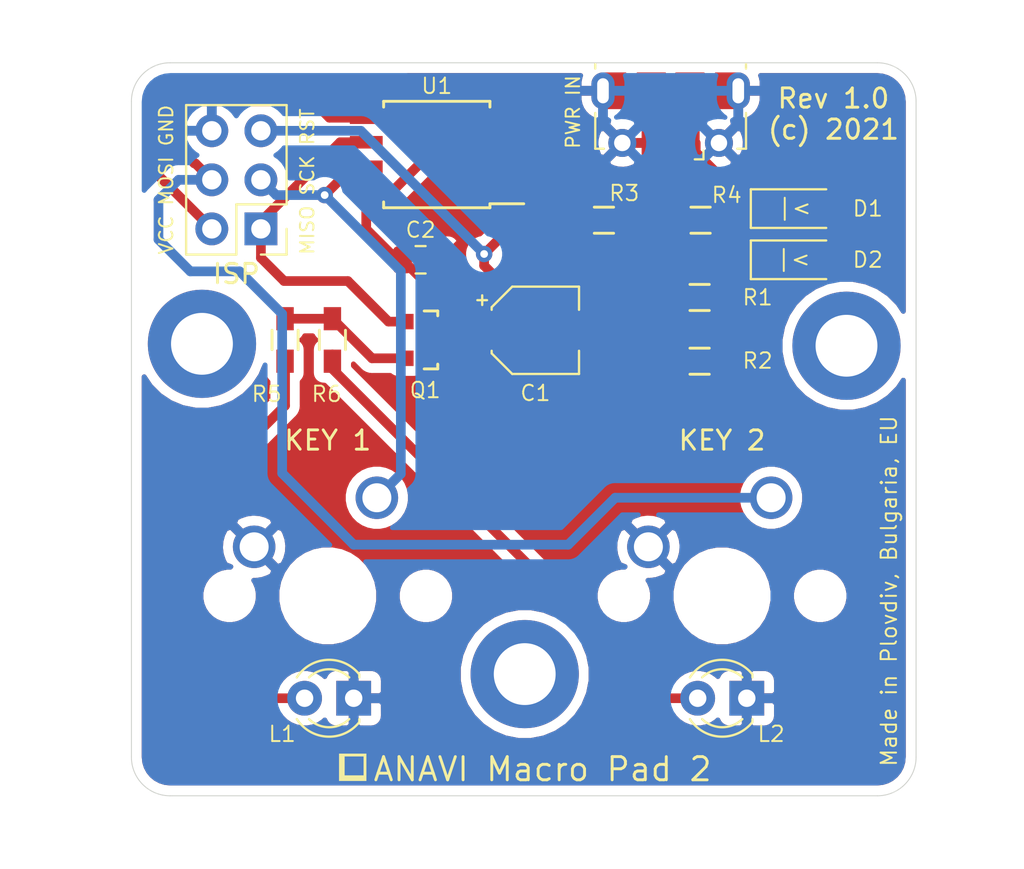
<source format=kicad_pcb>
(kicad_pcb (version 20171130) (host pcbnew 5.1.5+dfsg1-2build2)

  (general
    (thickness 1.6)
    (drawings 16)
    (tracks 118)
    (zones 0)
    (modules 22)
    (nets 16)
  )

  (page A4)
  (layers
    (0 F.Cu signal)
    (31 B.Cu signal)
    (32 B.Adhes user)
    (33 F.Adhes user)
    (34 B.Paste user)
    (35 F.Paste user)
    (36 B.SilkS user)
    (37 F.SilkS user)
    (38 B.Mask user)
    (39 F.Mask user)
    (40 Dwgs.User user)
    (41 Cmts.User user)
    (42 Eco1.User user)
    (43 Eco2.User user)
    (44 Edge.Cuts user)
    (45 Margin user)
    (46 B.CrtYd user)
    (47 F.CrtYd user)
    (48 B.Fab user)
    (49 F.Fab user)
  )

  (setup
    (last_trace_width 0.5)
    (user_trace_width 0.254)
    (user_trace_width 0.5)
    (trace_clearance 0.2)
    (zone_clearance 0.508)
    (zone_45_only no)
    (trace_min 0.2)
    (via_size 0.85)
    (via_drill 0.4)
    (via_min_size 0.4)
    (via_min_drill 0.3)
    (uvia_size 0.35)
    (uvia_drill 0.1)
    (uvias_allowed no)
    (uvia_min_size 0.2)
    (uvia_min_drill 0.1)
    (edge_width 0.05)
    (segment_width 0.2)
    (pcb_text_width 0.3)
    (pcb_text_size 1.5 1.5)
    (mod_edge_width 0.12)
    (mod_text_size 1 1)
    (mod_text_width 0.15)
    (pad_size 5.6 5.6)
    (pad_drill 3.2)
    (pad_to_mask_clearance 0.2)
    (solder_mask_min_width 0.25)
    (aux_axis_origin 0 0)
    (visible_elements FFFFFF7F)
    (pcbplotparams
      (layerselection 0x010f0_ffffffff)
      (usegerberextensions true)
      (usegerberattributes false)
      (usegerberadvancedattributes false)
      (creategerberjobfile false)
      (excludeedgelayer true)
      (linewidth 0.100000)
      (plotframeref false)
      (viasonmask false)
      (mode 1)
      (useauxorigin false)
      (hpglpennumber 1)
      (hpglpenspeed 20)
      (hpglpendiameter 15.000000)
      (psnegative false)
      (psa4output false)
      (plotreference true)
      (plotvalue true)
      (plotinvisibletext false)
      (padsonsilk false)
      (subtractmaskfromsilk false)
      (outputformat 1)
      (mirror false)
      (drillshape 0)
      (scaleselection 1)
      (outputdirectory "plots/rev10/"))
  )

  (net 0 "")
  (net 1 "Net-(C1-Pad1)")
  (net 2 GND)
  (net 3 "Net-(D1-Pad2)")
  (net 4 "Net-(D1-Pad1)")
  (net 5 "Net-(J1-Pad2)")
  (net 6 "Net-(J1-Pad3)")
  (net 7 "Net-(J2-Pad1)")
  (net 8 "Net-(J2-Pad3)")
  (net 9 "Net-(J2-Pad4)")
  (net 10 "Net-(J2-Pad5)")
  (net 11 "Net-(L1-Pad2)")
  (net 12 "Net-(L2-Pad2)")
  (net 13 "Net-(Q1-Pad2)")
  (net 14 "Net-(R3-Pad1)")
  (net 15 "Net-(R4-Pad1)")

  (net_class Default "This is the default net class."
    (clearance 0.2)
    (trace_width 0.5)
    (via_dia 0.85)
    (via_drill 0.4)
    (uvia_dia 0.35)
    (uvia_drill 0.1)
    (add_net GND)
    (add_net "Net-(C1-Pad1)")
    (add_net "Net-(D1-Pad1)")
    (add_net "Net-(D1-Pad2)")
    (add_net "Net-(J1-Pad2)")
    (add_net "Net-(J1-Pad3)")
    (add_net "Net-(J2-Pad1)")
    (add_net "Net-(J2-Pad3)")
    (add_net "Net-(J2-Pad4)")
    (add_net "Net-(J2-Pad5)")
    (add_net "Net-(L1-Pad2)")
    (add_net "Net-(L2-Pad2)")
    (add_net "Net-(Q1-Pad2)")
    (add_net "Net-(R3-Pad1)")
    (add_net "Net-(R4-Pad1)")
  )

  (module Button_Switch_Keyboard:SW_Cherry_MX_1.00u_PCB (layer F.Cu) (tedit 60202D6A) (tstamp 60177123)
    (at 129.9 85.770001)
    (descr "Cherry MX keyswitch, 1.00u, PCB mount, http://cherryamericas.com/wp-content/uploads/2014/12/mx_cat.pdf")
    (tags "Cherry MX keyswitch 1.00u PCB")
    (path /601E8346)
    (fp_text reference "KEY 2" (at -2.54 -2.970001) (layer F.SilkS)
      (effects (font (size 1 1) (thickness 0.15)))
    )
    (fp_text value SW_DIP_x01 (at -2.54 12.954) (layer F.Fab) hide
      (effects (font (size 1 1) (thickness 0.15)))
    )
    (fp_text user %R (at -2.54 -2.794) (layer F.Fab) hide
      (effects (font (size 0.8 0.8) (thickness 0.1)))
    )
    (fp_line (start -8.89 -1.27) (end 3.81 -1.27) (layer F.Fab) (width 0.1))
    (fp_line (start 3.81 -1.27) (end 3.81 11.43) (layer F.Fab) (width 0.1))
    (fp_line (start 3.81 11.43) (end -8.89 11.43) (layer F.Fab) (width 0.1))
    (fp_line (start -8.89 11.43) (end -8.89 -1.27) (layer F.Fab) (width 0.1))
    (fp_line (start -9.14 11.68) (end -9.14 -1.52) (layer F.CrtYd) (width 0.05))
    (fp_line (start 4.06 11.68) (end -9.14 11.68) (layer F.CrtYd) (width 0.05))
    (fp_line (start 4.06 -1.52) (end 4.06 11.68) (layer F.CrtYd) (width 0.05))
    (fp_line (start -9.14 -1.52) (end 4.06 -1.52) (layer F.CrtYd) (width 0.05))
    (fp_line (start -12.065 -4.445) (end 6.985 -4.445) (layer Dwgs.User) (width 0.15))
    (fp_line (start 6.985 -4.445) (end 6.985 14.605) (layer Dwgs.User) (width 0.15))
    (fp_line (start 6.985 14.605) (end -12.065 14.605) (layer Dwgs.User) (width 0.15))
    (fp_line (start -12.065 14.605) (end -12.065 -4.445) (layer Dwgs.User) (width 0.15))
    (pad 1 thru_hole circle (at 0 0) (size 2.2 2.2) (drill 1.5) (layers *.Cu *.Mask)
      (net 9 "Net-(J2-Pad4)"))
    (pad 2 thru_hole circle (at -6.35 2.54) (size 2.2 2.2) (drill 1.5) (layers *.Cu *.Mask)
      (net 2 GND))
    (pad "" np_thru_hole circle (at -2.54 5.08) (size 4 4) (drill 4) (layers *.Cu *.Mask))
    (pad "" np_thru_hole circle (at -7.62 5.08) (size 1.7 1.7) (drill 1.7) (layers *.Cu *.Mask))
    (pad "" np_thru_hole circle (at 2.54 5.08) (size 1.7 1.7) (drill 1.7) (layers *.Cu *.Mask))
    (model ${KISYS3DMOD}/Button_Switch_Keyboard.3dshapes/SW_Cherry_MX_1.00u_PCB.wrl
      (at (xyz 0 0 0))
      (scale (xyz 1 1 1))
      (rotate (xyz 0 0 0))
    )
  )

  (module Button_Switch_Keyboard:SW_Cherry_MX_1.00u_PCB (layer F.Cu) (tedit 60202D46) (tstamp 6017B50D)
    (at 109.5 85.770001)
    (descr "Cherry MX keyswitch, 1.00u, PCB mount, http://cherryamericas.com/wp-content/uploads/2014/12/mx_cat.pdf")
    (tags "Cherry MX keyswitch 1.00u PCB")
    (path /601E7CE7)
    (fp_text reference "KEY 1" (at -2.54 -2.970001) (layer F.SilkS)
      (effects (font (size 1 1) (thickness 0.15)))
    )
    (fp_text value SW_DIP_x01 (at -2.54 12.954) (layer F.Fab) hide
      (effects (font (size 1 1) (thickness 0.15)))
    )
    (fp_line (start -12.065 14.605) (end -12.065 -4.445) (layer Dwgs.User) (width 0.15))
    (fp_line (start 6.985 14.605) (end -12.065 14.605) (layer Dwgs.User) (width 0.15))
    (fp_line (start 6.985 -4.445) (end 6.985 14.605) (layer Dwgs.User) (width 0.15))
    (fp_line (start -12.065 -4.445) (end 6.985 -4.445) (layer Dwgs.User) (width 0.15))
    (fp_line (start -9.14 -1.52) (end 4.06 -1.52) (layer F.CrtYd) (width 0.05))
    (fp_line (start 4.06 -1.52) (end 4.06 11.68) (layer F.CrtYd) (width 0.05))
    (fp_line (start 4.06 11.68) (end -9.14 11.68) (layer F.CrtYd) (width 0.05))
    (fp_line (start -9.14 11.68) (end -9.14 -1.52) (layer F.CrtYd) (width 0.05))
    (fp_line (start -8.89 11.43) (end -8.89 -1.27) (layer F.Fab) (width 0.1))
    (fp_line (start 3.81 11.43) (end -8.89 11.43) (layer F.Fab) (width 0.1))
    (fp_line (start 3.81 -1.27) (end 3.81 11.43) (layer F.Fab) (width 0.1))
    (fp_line (start -8.89 -1.27) (end 3.81 -1.27) (layer F.Fab) (width 0.1))
    (fp_text user %R (at -2.54 -2.794) (layer F.Fab) hide
      (effects (font (size 1 1) (thickness 0.15)))
    )
    (pad "" np_thru_hole circle (at 2.54 5.08) (size 1.7 1.7) (drill 1.7) (layers *.Cu *.Mask))
    (pad "" np_thru_hole circle (at -7.62 5.08) (size 1.7 1.7) (drill 1.7) (layers *.Cu *.Mask))
    (pad "" np_thru_hole circle (at -2.54 5.08) (size 4 4) (drill 4) (layers *.Cu *.Mask))
    (pad 2 thru_hole circle (at -6.35 2.54) (size 2.2 2.2) (drill 1.5) (layers *.Cu *.Mask)
      (net 2 GND))
    (pad 1 thru_hole circle (at 0 0) (size 2.2 2.2) (drill 1.5) (layers *.Cu *.Mask)
      (net 8 "Net-(J2-Pad3)"))
    (model ${KISYS3DMOD}/Button_Switch_Keyboard.3dshapes/SW_Cherry_MX_1.00u_PCB.wrl
      (at (xyz 0 0 0))
      (scale (xyz 1 1 1))
      (rotate (xyz 0 0 0))
    )
  )

  (module Resistors_SMD:R_0603_HandSoldering (layer F.Cu) (tedit 5418A00F) (tstamp 60178E3E)
    (at 126.2 75.4)
    (descr "Resistor SMD 0603, hand soldering")
    (tags "resistor 0603")
    (path /60130FD1)
    (attr smd)
    (fp_text reference R1 (at 3 0) (layer F.SilkS)
      (effects (font (size 0.8 0.8) (thickness 0.1)))
    )
    (fp_text value 1.5K (at 0.05 -1.5) (layer F.Fab)
      (effects (font (size 1 1) (thickness 0.15)))
    )
    (fp_line (start -0.5 -0.675) (end 0.5 -0.675) (layer F.SilkS) (width 0.15))
    (fp_line (start 0.5 0.675) (end -0.5 0.675) (layer F.SilkS) (width 0.15))
    (fp_line (start 2 -0.8) (end 2 0.8) (layer F.CrtYd) (width 0.05))
    (fp_line (start -2 -0.8) (end -2 0.8) (layer F.CrtYd) (width 0.05))
    (fp_line (start -2 0.8) (end 2 0.8) (layer F.CrtYd) (width 0.05))
    (fp_line (start -2 -0.8) (end 2 -0.8) (layer F.CrtYd) (width 0.05))
    (pad 2 smd rect (at 1.1 0) (size 1.2 0.9) (layers F.Cu F.Paste F.Mask)
      (net 1 "Net-(C1-Pad1)"))
    (pad 1 smd rect (at -1.1 0) (size 1.2 0.9) (layers F.Cu F.Paste F.Mask)
      (net 5 "Net-(J1-Pad2)"))
    (model Resistors_SMD.3dshapes/R_0603_HandSoldering.wrl
      (at (xyz 0 0 0))
      (scale (xyz 1 1 1))
      (rotate (xyz 0 0 0))
    )
  )

  (module Resistors_SMD:R_0603_HandSoldering (layer F.Cu) (tedit 5418A00F) (tstamp 60179F1B)
    (at 126.2 78.7 180)
    (descr "Resistor SMD 0603, hand soldering")
    (tags "resistor 0603")
    (path /601313F4)
    (attr smd)
    (fp_text reference R2 (at -3 0.025) (layer F.SilkS)
      (effects (font (size 0.8 0.8) (thickness 0.1)))
    )
    (fp_text value 10k (at -0.05 1.5) (layer F.Fab)
      (effects (font (size 1 1) (thickness 0.15)))
    )
    (fp_line (start -0.5 -0.675) (end 0.5 -0.675) (layer F.SilkS) (width 0.15))
    (fp_line (start 0.5 0.675) (end -0.5 0.675) (layer F.SilkS) (width 0.15))
    (fp_line (start 2 -0.8) (end 2 0.8) (layer F.CrtYd) (width 0.05))
    (fp_line (start -2 -0.8) (end -2 0.8) (layer F.CrtYd) (width 0.05))
    (fp_line (start -2 0.8) (end 2 0.8) (layer F.CrtYd) (width 0.05))
    (fp_line (start -2 -0.8) (end 2 -0.8) (layer F.CrtYd) (width 0.05))
    (pad 2 smd rect (at 1.1 0 180) (size 1.2 0.9) (layers F.Cu F.Paste F.Mask)
      (net 10 "Net-(J2-Pad5)"))
    (pad 1 smd rect (at -1.1 0 180) (size 1.2 0.9) (layers F.Cu F.Paste F.Mask)
      (net 1 "Net-(C1-Pad1)"))
    (model Resistors_SMD.3dshapes/R_0603_HandSoldering.wrl
      (at (xyz 0 0 0))
      (scale (xyz 1 1 1))
      (rotate (xyz 0 0 0))
    )
  )

  (module Resistors_SMD:R_0603_HandSoldering (layer F.Cu) (tedit 5418A00F) (tstamp 6017767A)
    (at 121.25 71.4)
    (descr "Resistor SMD 0603, hand soldering")
    (tags "resistor 0603")
    (path /6013085B)
    (attr smd)
    (fp_text reference R3 (at 1.05 -1.4) (layer F.SilkS)
      (effects (font (size 0.8 0.8) (thickness 0.1)))
    )
    (fp_text value 22R (at 0.1 -1.6) (layer F.Fab)
      (effects (font (size 1 1) (thickness 0.15)))
    )
    (fp_line (start -0.5 -0.675) (end 0.5 -0.675) (layer F.SilkS) (width 0.15))
    (fp_line (start 0.5 0.675) (end -0.5 0.675) (layer F.SilkS) (width 0.15))
    (fp_line (start 2 -0.8) (end 2 0.8) (layer F.CrtYd) (width 0.05))
    (fp_line (start -2 -0.8) (end -2 0.8) (layer F.CrtYd) (width 0.05))
    (fp_line (start -2 0.8) (end 2 0.8) (layer F.CrtYd) (width 0.05))
    (fp_line (start -2 -0.8) (end 2 -0.8) (layer F.CrtYd) (width 0.05))
    (pad 2 smd rect (at 1.1 0) (size 1.2 0.9) (layers F.Cu F.Paste F.Mask)
      (net 6 "Net-(J1-Pad3)"))
    (pad 1 smd rect (at -1.1 0) (size 1.2 0.9) (layers F.Cu F.Paste F.Mask)
      (net 14 "Net-(R3-Pad1)"))
    (model Resistors_SMD.3dshapes/R_0603_HandSoldering.wrl
      (at (xyz 0 0 0))
      (scale (xyz 1 1 1))
      (rotate (xyz 0 0 0))
    )
  )

  (module Resistors_SMD:R_0603_HandSoldering (layer F.Cu) (tedit 5418A00F) (tstamp 6017CACB)
    (at 126.25 71.4)
    (descr "Resistor SMD 0603, hand soldering")
    (tags "resistor 0603")
    (path /60130C24)
    (attr smd)
    (fp_text reference R4 (at 1.35 -1.3) (layer F.SilkS)
      (effects (font (size 0.8 0.8) (thickness 0.1)))
    )
    (fp_text value 22R (at 0.05 -1.4) (layer F.Fab)
      (effects (font (size 1 1) (thickness 0.15)))
    )
    (fp_line (start -0.5 -0.675) (end 0.5 -0.675) (layer F.SilkS) (width 0.15))
    (fp_line (start 0.5 0.675) (end -0.5 0.675) (layer F.SilkS) (width 0.15))
    (fp_line (start 2 -0.8) (end 2 0.8) (layer F.CrtYd) (width 0.05))
    (fp_line (start -2 -0.8) (end -2 0.8) (layer F.CrtYd) (width 0.05))
    (fp_line (start -2 0.8) (end 2 0.8) (layer F.CrtYd) (width 0.05))
    (fp_line (start -2 -0.8) (end 2 -0.8) (layer F.CrtYd) (width 0.05))
    (pad 2 smd rect (at 1.1 0) (size 1.2 0.9) (layers F.Cu F.Paste F.Mask)
      (net 5 "Net-(J1-Pad2)"))
    (pad 1 smd rect (at -1.1 0) (size 1.2 0.9) (layers F.Cu F.Paste F.Mask)
      (net 15 "Net-(R4-Pad1)"))
    (model Resistors_SMD.3dshapes/R_0603_HandSoldering.wrl
      (at (xyz 0 0 0))
      (scale (xyz 1 1 1))
      (rotate (xyz 0 0 0))
    )
  )

  (module Resistors_SMD:R_0603_HandSoldering (layer F.Cu) (tedit 5418A00F) (tstamp 60175DC6)
    (at 104.75 77.6 90)
    (descr "Resistor SMD 0603, hand soldering")
    (tags "resistor 0603")
    (path /6012FECF)
    (attr smd)
    (fp_text reference R5 (at -2.8 -0.95 180) (layer F.SilkS)
      (effects (font (size 0.8 0.8) (thickness 0.1)))
    )
    (fp_text value 68R (at 2.4 0.15 180) (layer F.Fab)
      (effects (font (size 1 1) (thickness 0.15)))
    )
    (fp_line (start -0.5 -0.675) (end 0.5 -0.675) (layer F.SilkS) (width 0.15))
    (fp_line (start 0.5 0.675) (end -0.5 0.675) (layer F.SilkS) (width 0.15))
    (fp_line (start 2 -0.8) (end 2 0.8) (layer F.CrtYd) (width 0.05))
    (fp_line (start -2 -0.8) (end -2 0.8) (layer F.CrtYd) (width 0.05))
    (fp_line (start -2 0.8) (end 2 0.8) (layer F.CrtYd) (width 0.05))
    (fp_line (start -2 -0.8) (end 2 -0.8) (layer F.CrtYd) (width 0.05))
    (pad 2 smd rect (at 1.1 0 90) (size 1.2 0.9) (layers F.Cu F.Paste F.Mask)
      (net 13 "Net-(Q1-Pad2)"))
    (pad 1 smd rect (at -1.1 0 90) (size 1.2 0.9) (layers F.Cu F.Paste F.Mask)
      (net 11 "Net-(L1-Pad2)"))
    (model Resistors_SMD.3dshapes/R_0603_HandSoldering.wrl
      (at (xyz 0 0 0))
      (scale (xyz 1 1 1))
      (rotate (xyz 0 0 0))
    )
  )

  (module Resistors_SMD:R_0603_HandSoldering (layer F.Cu) (tedit 5418A00F) (tstamp 60177BE9)
    (at 107.2 77.6 90)
    (descr "Resistor SMD 0603, hand soldering")
    (tags "resistor 0603")
    (path /60130466)
    (attr smd)
    (fp_text reference R6 (at -2.8 -0.3 180) (layer F.SilkS)
      (effects (font (size 0.8 0.8) (thickness 0.1)))
    )
    (fp_text value 68R (at 2.5 0.5 180) (layer F.Fab)
      (effects (font (size 1 1) (thickness 0.15)))
    )
    (fp_line (start -0.5 -0.675) (end 0.5 -0.675) (layer F.SilkS) (width 0.15))
    (fp_line (start 0.5 0.675) (end -0.5 0.675) (layer F.SilkS) (width 0.15))
    (fp_line (start 2 -0.8) (end 2 0.8) (layer F.CrtYd) (width 0.05))
    (fp_line (start -2 -0.8) (end -2 0.8) (layer F.CrtYd) (width 0.05))
    (fp_line (start -2 0.8) (end 2 0.8) (layer F.CrtYd) (width 0.05))
    (fp_line (start -2 -0.8) (end 2 -0.8) (layer F.CrtYd) (width 0.05))
    (pad 2 smd rect (at 1.1 0 90) (size 1.2 0.9) (layers F.Cu F.Paste F.Mask)
      (net 13 "Net-(Q1-Pad2)"))
    (pad 1 smd rect (at -1.1 0 90) (size 1.2 0.9) (layers F.Cu F.Paste F.Mask)
      (net 12 "Net-(L2-Pad2)"))
    (model Resistors_SMD.3dshapes/R_0603_HandSoldering.wrl
      (at (xyz 0 0 0))
      (scale (xyz 1 1 1))
      (rotate (xyz 0 0 0))
    )
  )

  (module Capacitor_SMD:C_0805_2012Metric (layer F.Cu) (tedit 5B36C52B) (tstamp 6016DF7D)
    (at 111.7625 73.45)
    (descr "Capacitor SMD 0805 (2012 Metric), square (rectangular) end terminal, IPC_7351 nominal, (Body size source: https://docs.google.com/spreadsheets/d/1BsfQQcO9C6DZCsRaXUlFlo91Tg2WpOkGARC1WS5S8t0/edit?usp=sharing), generated with kicad-footprint-generator")
    (tags capacitor)
    (path /6013364C)
    (attr smd)
    (fp_text reference C2 (at 0 -1.55) (layer F.SilkS)
      (effects (font (size 0.8 0.8) (thickness 0.1)))
    )
    (fp_text value 100nF (at 0.7375 1.65) (layer F.Fab)
      (effects (font (size 1 1) (thickness 0.15)))
    )
    (fp_text user %R (at 0 0) (layer F.Fab)
      (effects (font (size 0.4 0.4) (thickness 0.06)))
    )
    (fp_line (start 1.68 0.95) (end -1.68 0.95) (layer F.CrtYd) (width 0.05))
    (fp_line (start 1.68 -0.95) (end 1.68 0.95) (layer F.CrtYd) (width 0.05))
    (fp_line (start -1.68 -0.95) (end 1.68 -0.95) (layer F.CrtYd) (width 0.05))
    (fp_line (start -1.68 0.95) (end -1.68 -0.95) (layer F.CrtYd) (width 0.05))
    (fp_line (start -0.258578 0.71) (end 0.258578 0.71) (layer F.SilkS) (width 0.12))
    (fp_line (start -0.258578 -0.71) (end 0.258578 -0.71) (layer F.SilkS) (width 0.12))
    (fp_line (start 1 0.6) (end -1 0.6) (layer F.Fab) (width 0.1))
    (fp_line (start 1 -0.6) (end 1 0.6) (layer F.Fab) (width 0.1))
    (fp_line (start -1 -0.6) (end 1 -0.6) (layer F.Fab) (width 0.1))
    (fp_line (start -1 0.6) (end -1 -0.6) (layer F.Fab) (width 0.1))
    (pad 2 smd roundrect (at 0.9375 0) (size 0.975 1.4) (layers F.Cu F.Paste F.Mask) (roundrect_rratio 0.25)
      (net 2 GND))
    (pad 1 smd roundrect (at -0.9375 0) (size 0.975 1.4) (layers F.Cu F.Paste F.Mask) (roundrect_rratio 0.25)
      (net 1 "Net-(C1-Pad1)"))
    (model ${KISYS3DMOD}/Capacitor_SMD.3dshapes/C_0805_2012Metric.wrl
      (at (xyz 0 0 0))
      (scale (xyz 1 1 1))
      (rotate (xyz 0 0 0))
    )
  )

  (module MountingHole:MountingHole_3.2mm_M3_DIN965_Pad (layer F.Cu) (tedit 60171B1A) (tstamp 6017BC59)
    (at 117.15 94.9)
    (descr "Mounting Hole 3.2mm, M3, DIN965")
    (tags "mounting hole 3.2mm m3 din965")
    (attr virtual)
    (fp_text reference REF** (at 0 -3.8) (layer F.SilkS) hide
      (effects (font (size 1 1) (thickness 0.15)))
    )
    (fp_text value MountingHole_3.2mm_M3_DIN965_Pad (at 0 3.8) (layer F.Fab) hide
      (effects (font (size 1 1) (thickness 0.15)))
    )
    (fp_circle (center 0 0) (end 3.05 0) (layer F.CrtYd) (width 0.05))
    (fp_circle (center 0 0) (end 2.8 0) (layer Cmts.User) (width 0.15))
    (fp_text user %R (at 0.3 0) (layer F.Fab)
      (effects (font (size 1 1) (thickness 0.15)))
    )
    (pad 3 thru_hole circle (at 0 0) (size 5.6 5.6) (drill 3.2) (layers *.Cu *.Mask))
  )

  (module logo:anavi-logo (layer F.Cu) (tedit 0) (tstamp 6017AE0A)
    (at 108.25 99.725)
    (fp_text reference G*** (at 0 0) (layer F.SilkS) hide
      (effects (font (size 1.524 1.524) (thickness 0.3)))
    )
    (fp_text value LOGO (at 0.75 0) (layer F.SilkS) hide
      (effects (font (size 1.524 1.524) (thickness 0.3)))
    )
    (fp_poly (pts (xy 0.705556 0.705556) (xy -0.705555 0.705556) (xy -0.705555 -0.564444) (xy -0.423333 -0.564444)
      (xy -0.423333 0.423334) (xy 0.564445 0.423334) (xy 0.564445 -0.564444) (xy -0.423333 -0.564444)
      (xy -0.705555 -0.564444) (xy -0.705555 -0.705555) (xy 0.705556 -0.705555) (xy 0.705556 0.705556)) (layer F.SilkS) (width 0.01))
  )

  (module MountingHole:MountingHole_3.2mm_M3_DIN965_Pad (layer F.Cu) (tedit 6016F0B3) (tstamp 60178907)
    (at 133.8 77.9)
    (descr "Mounting Hole 3.2mm, M3, DIN965")
    (tags "mounting hole 3.2mm m3 din965")
    (attr virtual)
    (fp_text reference REF** (at 0 -3.8) (layer F.SilkS) hide
      (effects (font (size 1 1) (thickness 0.15)))
    )
    (fp_text value MountingHole_3.2mm_M3_DIN965_Pad (at 0 3.8) (layer F.Fab) hide
      (effects (font (size 1 1) (thickness 0.15)))
    )
    (fp_circle (center 0 0) (end 3.05 0) (layer F.CrtYd) (width 0.05))
    (fp_circle (center 0 0) (end 2.8 0) (layer Cmts.User) (width 0.15))
    (fp_text user %R (at 0.3 0) (layer F.Fab)
      (effects (font (size 1 1) (thickness 0.15)))
    )
    (pad 2 thru_hole circle (at 0 0) (size 5.6 5.6) (drill 3.2) (layers *.Cu *.Mask))
  )

  (module MountingHole:MountingHole_3.2mm_M3_DIN965_Pad (layer F.Cu) (tedit 56D1B4CB) (tstamp 601788E3)
    (at 100.45 77.8)
    (descr "Mounting Hole 3.2mm, M3, DIN965")
    (tags "mounting hole 3.2mm m3 din965")
    (attr virtual)
    (fp_text reference REF** (at 0 -3.8) (layer F.SilkS) hide
      (effects (font (size 1 1) (thickness 0.15)))
    )
    (fp_text value MountingHole_3.2mm_M3_DIN965_Pad (at 0 3.8) (layer F.Fab) hide
      (effects (font (size 1 1) (thickness 0.15)))
    )
    (fp_circle (center 0 0) (end 3.05 0) (layer F.CrtYd) (width 0.05))
    (fp_circle (center 0 0) (end 2.8 0) (layer Cmts.User) (width 0.15))
    (fp_text user %R (at 0.3 0) (layer F.Fab)
      (effects (font (size 1 1) (thickness 0.15)))
    )
    (pad 1 thru_hole circle (at 0 0) (size 5.6 5.6) (drill 3.2) (layers *.Cu *.Mask))
  )

  (module Capacitor_SMD:CP_Elec_4x5.4 (layer F.Cu) (tedit 5BCA39CF) (tstamp 6016DF6C)
    (at 117.7 77.1)
    (descr "SMD capacitor, aluminum electrolytic, Panasonic A5 / Nichicon, 4.0x5.4mm")
    (tags "capacitor electrolytic")
    (path /60179AF4)
    (attr smd)
    (fp_text reference C1 (at 0 3.25 180) (layer F.SilkS)
      (effects (font (size 0.8 0.8) (thickness 0.1)))
    )
    (fp_text value 10uF (at 0.05 -3.1) (layer F.Fab)
      (effects (font (size 1 1) (thickness 0.15)))
    )
    (fp_circle (center 0 0) (end 2 0) (layer F.Fab) (width 0.1))
    (fp_line (start 2.15 -2.15) (end 2.15 2.15) (layer F.Fab) (width 0.1))
    (fp_line (start -1.15 -2.15) (end 2.15 -2.15) (layer F.Fab) (width 0.1))
    (fp_line (start -1.15 2.15) (end 2.15 2.15) (layer F.Fab) (width 0.1))
    (fp_line (start -2.15 -1.15) (end -2.15 1.15) (layer F.Fab) (width 0.1))
    (fp_line (start -2.15 -1.15) (end -1.15 -2.15) (layer F.Fab) (width 0.1))
    (fp_line (start -2.15 1.15) (end -1.15 2.15) (layer F.Fab) (width 0.1))
    (fp_line (start -1.574773 -1) (end -1.174773 -1) (layer F.Fab) (width 0.1))
    (fp_line (start -1.374773 -1.2) (end -1.374773 -0.8) (layer F.Fab) (width 0.1))
    (fp_line (start 2.26 2.26) (end 2.26 1.06) (layer F.SilkS) (width 0.12))
    (fp_line (start 2.26 -2.26) (end 2.26 -1.06) (layer F.SilkS) (width 0.12))
    (fp_line (start -1.195563 -2.26) (end 2.26 -2.26) (layer F.SilkS) (width 0.12))
    (fp_line (start -1.195563 2.26) (end 2.26 2.26) (layer F.SilkS) (width 0.12))
    (fp_line (start -2.26 1.195563) (end -2.26 1.06) (layer F.SilkS) (width 0.12))
    (fp_line (start -2.26 -1.195563) (end -2.26 -1.06) (layer F.SilkS) (width 0.12))
    (fp_line (start -2.26 -1.195563) (end -1.195563 -2.26) (layer F.SilkS) (width 0.12))
    (fp_line (start -2.26 1.195563) (end -1.195563 2.26) (layer F.SilkS) (width 0.12))
    (fp_line (start -3 -1.56) (end -2.5 -1.56) (layer F.SilkS) (width 0.12))
    (fp_line (start -2.75 -1.81) (end -2.75 -1.31) (layer F.SilkS) (width 0.12))
    (fp_line (start 2.4 -2.4) (end 2.4 -1.05) (layer F.CrtYd) (width 0.05))
    (fp_line (start 2.4 -1.05) (end 3.35 -1.05) (layer F.CrtYd) (width 0.05))
    (fp_line (start 3.35 -1.05) (end 3.35 1.05) (layer F.CrtYd) (width 0.05))
    (fp_line (start 3.35 1.05) (end 2.4 1.05) (layer F.CrtYd) (width 0.05))
    (fp_line (start 2.4 1.05) (end 2.4 2.4) (layer F.CrtYd) (width 0.05))
    (fp_line (start -1.25 2.4) (end 2.4 2.4) (layer F.CrtYd) (width 0.05))
    (fp_line (start -1.25 -2.4) (end 2.4 -2.4) (layer F.CrtYd) (width 0.05))
    (fp_line (start -2.4 1.25) (end -1.25 2.4) (layer F.CrtYd) (width 0.05))
    (fp_line (start -2.4 -1.25) (end -1.25 -2.4) (layer F.CrtYd) (width 0.05))
    (fp_line (start -2.4 -1.25) (end -2.4 -1.05) (layer F.CrtYd) (width 0.05))
    (fp_line (start -2.4 1.05) (end -2.4 1.25) (layer F.CrtYd) (width 0.05))
    (fp_line (start -2.4 -1.05) (end -3.35 -1.05) (layer F.CrtYd) (width 0.05))
    (fp_line (start -3.35 -1.05) (end -3.35 1.05) (layer F.CrtYd) (width 0.05))
    (fp_line (start -3.35 1.05) (end -2.4 1.05) (layer F.CrtYd) (width 0.05))
    (fp_text user %R (at 0 0) (layer F.Fab) hide
      (effects (font (size 0.8 0.8) (thickness 0.12)))
    )
    (pad 1 smd roundrect (at -1.8 0) (size 2.6 1.6) (layers F.Cu F.Paste F.Mask) (roundrect_rratio 0.15625)
      (net 1 "Net-(C1-Pad1)"))
    (pad 2 smd roundrect (at 1.8 0) (size 2.6 1.6) (layers F.Cu F.Paste F.Mask) (roundrect_rratio 0.15625)
      (net 2 GND))
    (model ${KISYS3DMOD}/Capacitor_SMD.3dshapes/CP_Elec_4x5.4.wrl
      (at (xyz 0 0 0))
      (scale (xyz 1 1 1))
      (rotate (xyz 0 0 0))
    )
  )

  (module Diode_SMD:D_SOD-123 (layer F.Cu) (tedit 58645DC7) (tstamp 6016DF96)
    (at 131.1 70.8)
    (descr SOD-123)
    (tags SOD-123)
    (path /601318A7)
    (attr smd)
    (fp_text reference D1 (at 3.8 0) (layer F.SilkS)
      (effects (font (size 0.8 0.8) (thickness 0.1)))
    )
    (fp_text value 1N4148 (at 7.575 -0.05) (layer F.Fab)
      (effects (font (size 1 1) (thickness 0.15)))
    )
    (fp_line (start -2.25 -1) (end 1.65 -1) (layer F.SilkS) (width 0.12))
    (fp_line (start -2.25 1) (end 1.65 1) (layer F.SilkS) (width 0.12))
    (fp_line (start -2.35 -1.15) (end -2.35 1.15) (layer F.CrtYd) (width 0.05))
    (fp_line (start 2.35 1.15) (end -2.35 1.15) (layer F.CrtYd) (width 0.05))
    (fp_line (start 2.35 -1.15) (end 2.35 1.15) (layer F.CrtYd) (width 0.05))
    (fp_line (start -2.35 -1.15) (end 2.35 -1.15) (layer F.CrtYd) (width 0.05))
    (fp_line (start -1.4 -0.9) (end 1.4 -0.9) (layer F.Fab) (width 0.1))
    (fp_line (start 1.4 -0.9) (end 1.4 0.9) (layer F.Fab) (width 0.1))
    (fp_line (start 1.4 0.9) (end -1.4 0.9) (layer F.Fab) (width 0.1))
    (fp_line (start -1.4 0.9) (end -1.4 -0.9) (layer F.Fab) (width 0.1))
    (fp_line (start -0.75 0) (end -0.35 0) (layer F.Fab) (width 0.1))
    (fp_line (start -0.35 0) (end -0.35 -0.55) (layer F.Fab) (width 0.1))
    (fp_line (start -0.35 0) (end -0.35 0.55) (layer F.Fab) (width 0.1))
    (fp_line (start -0.35 0) (end 0.25 -0.4) (layer F.Fab) (width 0.1))
    (fp_line (start 0.25 -0.4) (end 0.25 0.4) (layer F.Fab) (width 0.1))
    (fp_line (start 0.25 0.4) (end -0.35 0) (layer F.Fab) (width 0.1))
    (fp_line (start 0.25 0) (end 0.75 0) (layer F.Fab) (width 0.1))
    (fp_line (start -2.25 -1) (end -2.25 1) (layer F.SilkS) (width 0.12))
    (fp_text user %R (at 0 -2) (layer F.Fab) hide
      (effects (font (size 1 1) (thickness 0.15)))
    )
    (pad 2 smd rect (at 1.65 0) (size 0.9 1.2) (layers F.Cu F.Paste F.Mask)
      (net 3 "Net-(D1-Pad2)"))
    (pad 1 smd rect (at -1.65 0) (size 0.9 1.2) (layers F.Cu F.Paste F.Mask)
      (net 4 "Net-(D1-Pad1)"))
    (model ${KISYS3DMOD}/Diode_SMD.3dshapes/D_SOD-123.wrl
      (at (xyz 0 0 0))
      (scale (xyz 1 1 1))
      (rotate (xyz 0 0 0))
    )
  )

  (module Diode_SMD:D_SOD-123 (layer F.Cu) (tedit 58645DC7) (tstamp 6016DFAF)
    (at 131.1 73.45)
    (descr SOD-123)
    (tags SOD-123)
    (path /60131CF1)
    (attr smd)
    (fp_text reference D2 (at 3.8 0) (layer F.SilkS)
      (effects (font (size 0.8 0.8) (thickness 0.1)))
    )
    (fp_text value 1N4148 (at 7.6 0.025) (layer F.Fab)
      (effects (font (size 1 1) (thickness 0.15)))
    )
    (fp_text user %R (at 0 -2) (layer F.Fab) hide
      (effects (font (size 1 1) (thickness 0.15)))
    )
    (fp_line (start -2.25 -1) (end -2.25 1) (layer F.SilkS) (width 0.12))
    (fp_line (start 0.25 0) (end 0.75 0) (layer F.Fab) (width 0.1))
    (fp_line (start 0.25 0.4) (end -0.35 0) (layer F.Fab) (width 0.1))
    (fp_line (start 0.25 -0.4) (end 0.25 0.4) (layer F.Fab) (width 0.1))
    (fp_line (start -0.35 0) (end 0.25 -0.4) (layer F.Fab) (width 0.1))
    (fp_line (start -0.35 0) (end -0.35 0.55) (layer F.Fab) (width 0.1))
    (fp_line (start -0.35 0) (end -0.35 -0.55) (layer F.Fab) (width 0.1))
    (fp_line (start -0.75 0) (end -0.35 0) (layer F.Fab) (width 0.1))
    (fp_line (start -1.4 0.9) (end -1.4 -0.9) (layer F.Fab) (width 0.1))
    (fp_line (start 1.4 0.9) (end -1.4 0.9) (layer F.Fab) (width 0.1))
    (fp_line (start 1.4 -0.9) (end 1.4 0.9) (layer F.Fab) (width 0.1))
    (fp_line (start -1.4 -0.9) (end 1.4 -0.9) (layer F.Fab) (width 0.1))
    (fp_line (start -2.35 -1.15) (end 2.35 -1.15) (layer F.CrtYd) (width 0.05))
    (fp_line (start 2.35 -1.15) (end 2.35 1.15) (layer F.CrtYd) (width 0.05))
    (fp_line (start 2.35 1.15) (end -2.35 1.15) (layer F.CrtYd) (width 0.05))
    (fp_line (start -2.35 -1.15) (end -2.35 1.15) (layer F.CrtYd) (width 0.05))
    (fp_line (start -2.25 1) (end 1.65 1) (layer F.SilkS) (width 0.12))
    (fp_line (start -2.25 -1) (end 1.65 -1) (layer F.SilkS) (width 0.12))
    (pad 1 smd rect (at -1.65 0) (size 0.9 1.2) (layers F.Cu F.Paste F.Mask)
      (net 1 "Net-(C1-Pad1)"))
    (pad 2 smd rect (at 1.65 0) (size 0.9 1.2) (layers F.Cu F.Paste F.Mask)
      (net 4 "Net-(D1-Pad1)"))
    (model ${KISYS3DMOD}/Diode_SMD.3dshapes/D_SOD-123.wrl
      (at (xyz 0 0 0))
      (scale (xyz 1 1 1))
      (rotate (xyz 0 0 0))
    )
  )

  (module Connector_USB:USB_Micro-B_Molex-105017-0001 (layer F.Cu) (tedit 5A1DC0BE) (tstamp 6016DFD8)
    (at 124.7 65.9375 180)
    (descr http://www.molex.com/pdm_docs/sd/1050170001_sd.pdf)
    (tags "Micro-USB SMD Typ-B")
    (path /6012E34D)
    (attr smd)
    (fp_text reference J1 (at 0 -3.1125) (layer F.SilkS) hide
      (effects (font (size 1 1) (thickness 0.15)))
    )
    (fp_text value USB_B_Micro (at 0.3 4.3375) (layer F.Fab)
      (effects (font (size 1 1) (thickness 0.15)))
    )
    (fp_text user "PCB Edge" (at 0 2.6875) (layer Dwgs.User)
      (effects (font (size 0.5 0.5) (thickness 0.08)))
    )
    (fp_text user %R (at 0 0.8875) (layer F.Fab)
      (effects (font (size 1 1) (thickness 0.15)))
    )
    (fp_line (start -4.4 3.64) (end 4.4 3.64) (layer F.CrtYd) (width 0.05))
    (fp_line (start 4.4 -2.46) (end 4.4 3.64) (layer F.CrtYd) (width 0.05))
    (fp_line (start -4.4 -2.46) (end 4.4 -2.46) (layer F.CrtYd) (width 0.05))
    (fp_line (start -4.4 3.64) (end -4.4 -2.46) (layer F.CrtYd) (width 0.05))
    (fp_line (start -3.9 -1.7625) (end -3.45 -1.7625) (layer F.SilkS) (width 0.12))
    (fp_line (start -3.9 0.0875) (end -3.9 -1.7625) (layer F.SilkS) (width 0.12))
    (fp_line (start 3.9 2.6375) (end 3.9 2.3875) (layer F.SilkS) (width 0.12))
    (fp_line (start 3.75 3.3875) (end 3.75 -1.6125) (layer F.Fab) (width 0.1))
    (fp_line (start -3 2.689204) (end 3 2.689204) (layer F.Fab) (width 0.1))
    (fp_line (start -3.75 3.389204) (end 3.75 3.389204) (layer F.Fab) (width 0.1))
    (fp_line (start -3.75 -1.6125) (end 3.75 -1.6125) (layer F.Fab) (width 0.1))
    (fp_line (start -3.75 3.3875) (end -3.75 -1.6125) (layer F.Fab) (width 0.1))
    (fp_line (start -3.9 2.6375) (end -3.9 2.3875) (layer F.SilkS) (width 0.12))
    (fp_line (start 3.9 0.0875) (end 3.9 -1.7625) (layer F.SilkS) (width 0.12))
    (fp_line (start 3.9 -1.7625) (end 3.45 -1.7625) (layer F.SilkS) (width 0.12))
    (fp_line (start -1.7 -2.3125) (end -1.25 -2.3125) (layer F.SilkS) (width 0.12))
    (fp_line (start -1.7 -2.3125) (end -1.7 -1.8625) (layer F.SilkS) (width 0.12))
    (fp_line (start -1.3 -1.7125) (end -1.5 -1.9125) (layer F.Fab) (width 0.1))
    (fp_line (start -1.1 -1.9125) (end -1.3 -1.7125) (layer F.Fab) (width 0.1))
    (fp_line (start -1.5 -2.1225) (end -1.1 -2.1225) (layer F.Fab) (width 0.1))
    (fp_line (start -1.5 -2.1225) (end -1.5 -1.9125) (layer F.Fab) (width 0.1))
    (fp_line (start -1.1 -2.1225) (end -1.1 -1.9125) (layer F.Fab) (width 0.1))
    (pad 6 smd rect (at 1 1.2375 180) (size 1.5 1.9) (layers F.Cu F.Paste F.Mask)
      (net 2 GND))
    (pad 6 thru_hole circle (at -2.5 -1.4625 180) (size 1.45 1.45) (drill 0.85) (layers *.Cu *.Mask)
      (net 2 GND))
    (pad 2 smd rect (at -0.65 -1.4625 180) (size 0.4 1.35) (layers F.Cu F.Paste F.Mask)
      (net 5 "Net-(J1-Pad2)"))
    (pad 1 smd rect (at -1.3 -1.4625 180) (size 0.4 1.35) (layers F.Cu F.Paste F.Mask)
      (net 3 "Net-(D1-Pad2)"))
    (pad 5 smd rect (at 1.3 -1.4625 180) (size 0.4 1.35) (layers F.Cu F.Paste F.Mask)
      (net 2 GND))
    (pad 4 smd rect (at 0.65 -1.4625 180) (size 0.4 1.35) (layers F.Cu F.Paste F.Mask)
      (net 2 GND))
    (pad 3 smd rect (at 0 -1.4625 180) (size 0.4 1.35) (layers F.Cu F.Paste F.Mask)
      (net 6 "Net-(J1-Pad3)"))
    (pad 6 thru_hole circle (at 2.5 -1.4625 180) (size 1.45 1.45) (drill 0.85) (layers *.Cu *.Mask)
      (net 2 GND))
    (pad 6 smd rect (at -1 1.2375 180) (size 1.5 1.9) (layers F.Cu F.Paste F.Mask)
      (net 2 GND))
    (pad 6 thru_hole oval (at -3.5 1.2375) (size 1.2 1.9) (drill oval 0.6 1.3) (layers *.Cu *.Mask)
      (net 2 GND))
    (pad 6 thru_hole oval (at 3.5 1.2375 180) (size 1.2 1.9) (drill oval 0.6 1.3) (layers *.Cu *.Mask)
      (net 2 GND))
    (pad 6 smd rect (at 2.9 1.2375 180) (size 1.2 1.9) (layers F.Cu F.Mask)
      (net 2 GND))
    (pad 6 smd rect (at -2.9 1.2375 180) (size 1.2 1.9) (layers F.Cu F.Mask)
      (net 2 GND))
    (model ${KISYS3DMOD}/Connector_USB.3dshapes/USB_Micro-B_Molex-105017-0001.wrl
      (at (xyz 0 0 0))
      (scale (xyz 1 1 1))
      (rotate (xyz 0 0 0))
    )
  )

  (module Connector_PinHeader_2.54mm:PinHeader_2x03_P2.54mm_Vertical (layer F.Cu) (tedit 59FED5CC) (tstamp 6016E42A)
    (at 103.5 71.85 180)
    (descr "Through hole straight pin header, 2x03, 2.54mm pitch, double rows")
    (tags "Through hole pin header THT 2x03 2.54mm double row")
    (path /601CC612)
    (fp_text reference ISP (at 1.27 -2.33) (layer F.SilkS)
      (effects (font (size 1 1) (thickness 0.15)))
    )
    (fp_text value AVR-ISP-6 (at 1.27 7.41) (layer F.Fab) hide
      (effects (font (size 1 1) (thickness 0.15)))
    )
    (fp_line (start 0 -1.27) (end 3.81 -1.27) (layer F.Fab) (width 0.1))
    (fp_line (start 3.81 -1.27) (end 3.81 6.35) (layer F.Fab) (width 0.1))
    (fp_line (start 3.81 6.35) (end -1.27 6.35) (layer F.Fab) (width 0.1))
    (fp_line (start -1.27 6.35) (end -1.27 0) (layer F.Fab) (width 0.1))
    (fp_line (start -1.27 0) (end 0 -1.27) (layer F.Fab) (width 0.1))
    (fp_line (start -1.33 6.41) (end 3.87 6.41) (layer F.SilkS) (width 0.12))
    (fp_line (start -1.33 1.27) (end -1.33 6.41) (layer F.SilkS) (width 0.12))
    (fp_line (start 3.87 -1.33) (end 3.87 6.41) (layer F.SilkS) (width 0.12))
    (fp_line (start -1.33 1.27) (end 1.27 1.27) (layer F.SilkS) (width 0.12))
    (fp_line (start 1.27 1.27) (end 1.27 -1.33) (layer F.SilkS) (width 0.12))
    (fp_line (start 1.27 -1.33) (end 3.87 -1.33) (layer F.SilkS) (width 0.12))
    (fp_line (start -1.33 0) (end -1.33 -1.33) (layer F.SilkS) (width 0.12))
    (fp_line (start -1.33 -1.33) (end 0 -1.33) (layer F.SilkS) (width 0.12))
    (fp_line (start -1.8 -1.8) (end -1.8 6.85) (layer F.CrtYd) (width 0.05))
    (fp_line (start -1.8 6.85) (end 4.35 6.85) (layer F.CrtYd) (width 0.05))
    (fp_line (start 4.35 6.85) (end 4.35 -1.8) (layer F.CrtYd) (width 0.05))
    (fp_line (start 4.35 -1.8) (end -1.8 -1.8) (layer F.CrtYd) (width 0.05))
    (fp_text user %R (at 1.27 2.54 90) (layer F.Fab)
      (effects (font (size 1 1) (thickness 0.15)))
    )
    (pad 1 thru_hole rect (at 0 0 180) (size 1.7 1.7) (drill 1) (layers *.Cu *.Mask)
      (net 7 "Net-(J2-Pad1)"))
    (pad 2 thru_hole oval (at 2.54 0 180) (size 1.7 1.7) (drill 1) (layers *.Cu *.Mask)
      (net 1 "Net-(C1-Pad1)"))
    (pad 3 thru_hole oval (at 0 2.54 180) (size 1.7 1.7) (drill 1) (layers *.Cu *.Mask)
      (net 8 "Net-(J2-Pad3)"))
    (pad 4 thru_hole oval (at 2.54 2.54 180) (size 1.7 1.7) (drill 1) (layers *.Cu *.Mask)
      (net 9 "Net-(J2-Pad4)"))
    (pad 5 thru_hole oval (at 0 5.08 180) (size 1.7 1.7) (drill 1) (layers *.Cu *.Mask)
      (net 10 "Net-(J2-Pad5)"))
    (pad 6 thru_hole oval (at 2.54 5.08 180) (size 1.7 1.7) (drill 1) (layers *.Cu *.Mask)
      (net 2 GND))
    (model ${KISYS3DMOD}/Connector_PinHeader_2.54mm.3dshapes/PinHeader_2x03_P2.54mm_Vertical.wrl
      (at (xyz 0 0 0))
      (scale (xyz 1 1 1))
      (rotate (xyz 0 0 0))
    )
  )

  (module LED_THT:LED_D3.0mm (layer F.Cu) (tedit 587A3A7B) (tstamp 6017BFB3)
    (at 108.3 96.15 180)
    (descr "LED, diameter 3.0mm, 2 pins")
    (tags "LED diameter 3.0mm 2 pins")
    (path /60134A66)
    (fp_text reference L1 (at 3.7 -1.85) (layer F.SilkS)
      (effects (font (size 0.8 0.8) (thickness 0.1)))
    )
    (fp_text value LED (at 1.27 2.96) (layer F.Fab)
      (effects (font (size 1 1) (thickness 0.15)))
    )
    (fp_arc (start 1.27 0) (end -0.23 -1.16619) (angle 284.3) (layer F.Fab) (width 0.1))
    (fp_arc (start 1.27 0) (end -0.29 -1.235516) (angle 108.8) (layer F.SilkS) (width 0.12))
    (fp_arc (start 1.27 0) (end -0.29 1.235516) (angle -108.8) (layer F.SilkS) (width 0.12))
    (fp_arc (start 1.27 0) (end 0.229039 -1.08) (angle 87.9) (layer F.SilkS) (width 0.12))
    (fp_arc (start 1.27 0) (end 0.229039 1.08) (angle -87.9) (layer F.SilkS) (width 0.12))
    (fp_circle (center 1.27 0) (end 2.77 0) (layer F.Fab) (width 0.1))
    (fp_line (start -0.23 -1.16619) (end -0.23 1.16619) (layer F.Fab) (width 0.1))
    (fp_line (start -0.29 -1.236) (end -0.29 -1.08) (layer F.SilkS) (width 0.12))
    (fp_line (start -0.29 1.08) (end -0.29 1.236) (layer F.SilkS) (width 0.12))
    (fp_line (start -1.15 -2.25) (end -1.15 2.25) (layer F.CrtYd) (width 0.05))
    (fp_line (start -1.15 2.25) (end 3.7 2.25) (layer F.CrtYd) (width 0.05))
    (fp_line (start 3.7 2.25) (end 3.7 -2.25) (layer F.CrtYd) (width 0.05))
    (fp_line (start 3.7 -2.25) (end -1.15 -2.25) (layer F.CrtYd) (width 0.05))
    (pad 1 thru_hole rect (at 0 0 180) (size 1.8 1.8) (drill 0.9) (layers *.Cu *.Mask)
      (net 2 GND))
    (pad 2 thru_hole circle (at 2.54 0 180) (size 1.8 1.8) (drill 0.9) (layers *.Cu *.Mask)
      (net 11 "Net-(L1-Pad2)"))
    (model ${KISYS3DMOD}/LED_THT.3dshapes/LED_D3.0mm.wrl
      (at (xyz 0 0 0))
      (scale (xyz 1 1 1))
      (rotate (xyz 0 0 0))
    )
  )

  (module LED_THT:LED_D3.0mm (layer F.Cu) (tedit 587A3A7B) (tstamp 60177F2A)
    (at 128.64 96.15 180)
    (descr "LED, diameter 3.0mm, 2 pins")
    (tags "LED diameter 3.0mm 2 pins")
    (path /60134F1A)
    (fp_text reference L2 (at -1.26 -1.85) (layer F.SilkS)
      (effects (font (size 0.8 0.8) (thickness 0.1)))
    )
    (fp_text value LED (at 1.27 2.96) (layer F.Fab)
      (effects (font (size 1 1) (thickness 0.15)))
    )
    (fp_line (start 3.7 -2.25) (end -1.15 -2.25) (layer F.CrtYd) (width 0.05))
    (fp_line (start 3.7 2.25) (end 3.7 -2.25) (layer F.CrtYd) (width 0.05))
    (fp_line (start -1.15 2.25) (end 3.7 2.25) (layer F.CrtYd) (width 0.05))
    (fp_line (start -1.15 -2.25) (end -1.15 2.25) (layer F.CrtYd) (width 0.05))
    (fp_line (start -0.29 1.08) (end -0.29 1.236) (layer F.SilkS) (width 0.12))
    (fp_line (start -0.29 -1.236) (end -0.29 -1.08) (layer F.SilkS) (width 0.12))
    (fp_line (start -0.23 -1.16619) (end -0.23 1.16619) (layer F.Fab) (width 0.1))
    (fp_circle (center 1.27 0) (end 2.77 0) (layer F.Fab) (width 0.1))
    (fp_arc (start 1.27 0) (end 0.229039 1.08) (angle -87.9) (layer F.SilkS) (width 0.12))
    (fp_arc (start 1.27 0) (end 0.229039 -1.08) (angle 87.9) (layer F.SilkS) (width 0.12))
    (fp_arc (start 1.27 0) (end -0.29 1.235516) (angle -108.8) (layer F.SilkS) (width 0.12))
    (fp_arc (start 1.27 0) (end -0.29 -1.235516) (angle 108.8) (layer F.SilkS) (width 0.12))
    (fp_arc (start 1.27 0) (end -0.23 -1.16619) (angle 284.3) (layer F.Fab) (width 0.1))
    (pad 2 thru_hole circle (at 2.54 0 180) (size 1.8 1.8) (drill 0.9) (layers *.Cu *.Mask)
      (net 12 "Net-(L2-Pad2)"))
    (pad 1 thru_hole rect (at 0 0 180) (size 1.8 1.8) (drill 0.9) (layers *.Cu *.Mask)
      (net 2 GND))
    (model ${KISYS3DMOD}/LED_THT.3dshapes/LED_D3.0mm.wrl
      (at (xyz 0 0 0))
      (scale (xyz 1 1 1))
      (rotate (xyz 0 0 0))
    )
  )

  (module TO_SOT_Packages_SMD:SOT-23 (layer F.Cu) (tedit 553634F8) (tstamp 6016E05E)
    (at 112 77.6 270)
    (descr "SOT-23, Standard")
    (tags SOT-23)
    (path /6022080E)
    (attr smd)
    (fp_text reference Q1 (at 2.6 0 180) (layer F.SilkS)
      (effects (font (size 0.8 0.8) (thickness 0.1)))
    )
    (fp_text value Q_NPN_BEC (at 0 2.3 90) (layer F.Fab)
      (effects (font (size 1 1) (thickness 0.15)))
    )
    (fp_line (start -1.65 -1.6) (end 1.65 -1.6) (layer F.CrtYd) (width 0.05))
    (fp_line (start 1.65 -1.6) (end 1.65 1.6) (layer F.CrtYd) (width 0.05))
    (fp_line (start 1.65 1.6) (end -1.65 1.6) (layer F.CrtYd) (width 0.05))
    (fp_line (start -1.65 1.6) (end -1.65 -1.6) (layer F.CrtYd) (width 0.05))
    (fp_line (start 1.29916 -0.65024) (end 1.2509 -0.65024) (layer F.SilkS) (width 0.15))
    (fp_line (start -1.49982 0.0508) (end -1.49982 -0.65024) (layer F.SilkS) (width 0.15))
    (fp_line (start -1.49982 -0.65024) (end -1.2509 -0.65024) (layer F.SilkS) (width 0.15))
    (fp_line (start 1.29916 -0.65024) (end 1.49982 -0.65024) (layer F.SilkS) (width 0.15))
    (fp_line (start 1.49982 -0.65024) (end 1.49982 0.0508) (layer F.SilkS) (width 0.15))
    (pad 1 smd rect (at -0.95 1.00076 270) (size 0.8001 0.8001) (layers F.Cu F.Paste F.Mask)
      (net 7 "Net-(J2-Pad1)"))
    (pad 2 smd rect (at 0.95 1.00076 270) (size 0.8001 0.8001) (layers F.Cu F.Paste F.Mask)
      (net 13 "Net-(Q1-Pad2)"))
    (pad 3 smd rect (at 0 -0.99822 270) (size 0.8001 0.8001) (layers F.Cu F.Paste F.Mask)
      (net 1 "Net-(C1-Pad1)"))
    (model TO_SOT_Packages_SMD.3dshapes/SOT-23.wrl
      (at (xyz 0 0 0))
      (scale (xyz 1 1 1))
      (rotate (xyz 0 0 0))
    )
  )

  (module Package_SO:SOIJ-8_5.3x5.3mm_P1.27mm (layer F.Cu) (tedit 5A02F2D3) (tstamp 6017C872)
    (at 112.6 68 180)
    (descr "8-Lead Plastic Small Outline (SM) - Medium, 5.28 mm Body [SOIC] (see Microchip Packaging Specification 00000049BS.pdf)")
    (tags "SOIC 1.27")
    (path /6012DA77)
    (attr smd)
    (fp_text reference U1 (at 0 3.55) (layer F.SilkS)
      (effects (font (size 0.8 0.8) (thickness 0.1)))
    )
    (fp_text value ATtiny85-20SU (at 0 3.68) (layer F.Fab)
      (effects (font (size 1 1) (thickness 0.15)))
    )
    (fp_text user %R (at 0 0) (layer F.Fab)
      (effects (font (size 1 1) (thickness 0.15)))
    )
    (fp_line (start -1.65 -2.65) (end 2.65 -2.65) (layer F.Fab) (width 0.15))
    (fp_line (start 2.65 -2.65) (end 2.65 2.65) (layer F.Fab) (width 0.15))
    (fp_line (start 2.65 2.65) (end -2.65 2.65) (layer F.Fab) (width 0.15))
    (fp_line (start -2.65 2.65) (end -2.65 -1.65) (layer F.Fab) (width 0.15))
    (fp_line (start -2.65 -1.65) (end -1.65 -2.65) (layer F.Fab) (width 0.15))
    (fp_line (start -4.75 -2.95) (end -4.75 2.95) (layer F.CrtYd) (width 0.05))
    (fp_line (start 4.75 -2.95) (end 4.75 2.95) (layer F.CrtYd) (width 0.05))
    (fp_line (start -4.75 -2.95) (end 4.75 -2.95) (layer F.CrtYd) (width 0.05))
    (fp_line (start -4.75 2.95) (end 4.75 2.95) (layer F.CrtYd) (width 0.05))
    (fp_line (start -2.75 -2.755) (end -2.75 -2.55) (layer F.SilkS) (width 0.15))
    (fp_line (start 2.75 -2.755) (end 2.75 -2.455) (layer F.SilkS) (width 0.15))
    (fp_line (start 2.75 2.755) (end 2.75 2.455) (layer F.SilkS) (width 0.15))
    (fp_line (start -2.75 2.755) (end -2.75 2.455) (layer F.SilkS) (width 0.15))
    (fp_line (start -2.75 -2.755) (end 2.75 -2.755) (layer F.SilkS) (width 0.15))
    (fp_line (start -2.75 2.755) (end 2.75 2.755) (layer F.SilkS) (width 0.15))
    (fp_line (start -2.75 -2.55) (end -4.5 -2.55) (layer F.SilkS) (width 0.15))
    (pad 1 smd rect (at -3.65 -1.905 180) (size 1.7 0.65) (layers F.Cu F.Paste F.Mask)
      (net 10 "Net-(J2-Pad5)"))
    (pad 2 smd rect (at -3.65 -0.635 180) (size 1.7 0.65) (layers F.Cu F.Paste F.Mask)
      (net 15 "Net-(R4-Pad1)"))
    (pad 3 smd rect (at -3.65 0.635 180) (size 1.7 0.65) (layers F.Cu F.Paste F.Mask)
      (net 14 "Net-(R3-Pad1)"))
    (pad 4 smd rect (at -3.65 1.905 180) (size 1.7 0.65) (layers F.Cu F.Paste F.Mask)
      (net 2 GND))
    (pad 5 smd rect (at 3.65 1.905 180) (size 1.7 0.65) (layers F.Cu F.Paste F.Mask)
      (net 9 "Net-(J2-Pad4)"))
    (pad 6 smd rect (at 3.65 0.635 180) (size 1.7 0.65) (layers F.Cu F.Paste F.Mask)
      (net 7 "Net-(J2-Pad1)"))
    (pad 7 smd rect (at 3.65 -0.635 180) (size 1.7 0.65) (layers F.Cu F.Paste F.Mask)
      (net 8 "Net-(J2-Pad3)"))
    (pad 8 smd rect (at 3.65 -1.905 180) (size 1.7 0.65) (layers F.Cu F.Paste F.Mask)
      (net 1 "Net-(C1-Pad1)"))
    (model ${KISYS3DMOD}/Package_SO.3dshapes/SOIJ-8_5.3x5.3mm_P1.27mm.wrl
      (at (xyz 0 0 0))
      (scale (xyz 1 1 1))
      (rotate (xyz 0 0 0))
    )
  )

  (gr_text "PWR IN" (at 119.65 65.8 90) (layer F.SilkS)
    (effects (font (size 0.7 0.7) (thickness 0.1)))
  )
  (gr_text "MISO SCK RST" (at 105.9 69.4 90) (layer F.SilkS)
    (effects (font (size 0.7 0.7) (thickness 0.1)))
  )
  (gr_text "VCC MOSI GND" (at 98.6 69.3 90) (layer F.SilkS)
    (effects (font (size 0.7 0.7) (thickness 0.1)))
  )
  (gr_text |< (at 131.1 70.75) (layer F.SilkS) (tstamp 6017A6D3)
    (effects (font (size 0.8 0.8) (thickness 0.1)))
  )
  (gr_text |< (at 131.05 73.4) (layer F.SilkS)
    (effects (font (size 0.8 0.8) (thickness 0.1)))
  )
  (gr_text "Rev 1.0\n(c) 2021" (at 133.125 65.9) (layer F.SilkS)
    (effects (font (size 1 1) (thickness 0.15)))
  )
  (gr_text "Made in Plovdiv, Bulgaria, EU" (at 136 90.6 90) (layer F.SilkS)
    (effects (font (size 0.8 0.8) (thickness 0.1)))
  )
  (gr_text "ANAVI Macro Pad 2" (at 118.075 99.825) (layer F.SilkS)
    (effects (font (size 1.2 1.2) (thickness 0.15)))
  )
  (gr_line (start 135.4 101.2) (end 98.8 101.2) (layer Edge.Cuts) (width 0.05) (tstamp 601771FC))
  (gr_arc (start 135.4 99.2) (end 135.4 101.2) (angle -90) (layer Edge.Cuts) (width 0.05) (tstamp 601771F3))
  (gr_line (start 137.4 65.25) (end 137.4 99.2) (layer Edge.Cuts) (width 0.05) (tstamp 601771CE))
  (gr_arc (start 135.4 65.25) (end 137.4 65.25) (angle -90) (layer Edge.Cuts) (width 0.05) (tstamp 6017717D))
  (gr_arc (start 98.8 99.2) (end 96.8 99.2) (angle -90) (layer Edge.Cuts) (width 0.05) (tstamp 6017716D))
  (gr_line (start 135.4 63.25) (end 98.8 63.25) (layer Edge.Cuts) (width 0.05))
  (gr_arc (start 98.8 65.25) (end 98.8 63.25) (angle -90) (layer Edge.Cuts) (width 0.05))
  (gr_line (start 96.8 65.25) (end 96.8 99.2) (layer Edge.Cuts) (width 0.05))

  (segment (start 115.4 77.6) (end 115.9 77.1) (width 0.5) (layer F.Cu) (net 1))
  (segment (start 112.99822 77.6) (end 115.4 77.6) (width 0.5) (layer F.Cu) (net 1))
  (segment (start 119.25 80.45) (end 115.9 77.1) (width 0.5) (layer F.Cu) (net 1))
  (segment (start 126.95 78.7) (end 126.95 78.9) (width 0.5) (layer F.Cu) (net 1))
  (segment (start 108.95 70.73) (end 108.95 69.905) (width 0.5) (layer F.Cu) (net 1))
  (segment (start 108.95 71.8625) (end 108.95 70.73) (width 0.5) (layer F.Cu) (net 1))
  (segment (start 110.5375 73.45) (end 108.95 71.8625) (width 0.5) (layer F.Cu) (net 1))
  (segment (start 110.975 73.45) (end 110.5375 73.45) (width 0.5) (layer F.Cu) (net 1))
  (segment (start 100.96 71.85) (end 97.8 68.69) (width 0.5) (layer F.Cu) (net 1))
  (segment (start 97.8 68.69) (end 97.8 65.8) (width 0.5) (layer F.Cu) (net 1))
  (segment (start 97.8 65.8) (end 99.25 64.35) (width 0.5) (layer F.Cu) (net 1))
  (segment (start 99.25 64.35) (end 110.3 64.35) (width 0.5) (layer F.Cu) (net 1))
  (segment (start 110.3 64.35) (end 111.9 65.95) (width 0.5) (layer F.Cu) (net 1))
  (segment (start 110.3 69.905) (end 108.95 69.905) (width 0.5) (layer F.Cu) (net 1))
  (segment (start 111.9 68.305) (end 110.3 69.905) (width 0.5) (layer F.Cu) (net 1))
  (segment (start 111.9 65.95) (end 111.9 68.305) (width 0.5) (layer F.Cu) (net 1))
  (segment (start 112.99822 75.62322) (end 110.825 73.45) (width 0.5) (layer F.Cu) (net 1))
  (segment (start 112.99822 77.6) (end 112.99822 75.62322) (width 0.5) (layer F.Cu) (net 1))
  (segment (start 127.3 75.4) (end 127.3 74.2) (width 0.5) (layer F.Cu) (net 1))
  (segment (start 128.05 73.45) (end 129.45 73.45) (width 0.5) (layer F.Cu) (net 1))
  (segment (start 127.3 74.2) (end 128.05 73.45) (width 0.5) (layer F.Cu) (net 1))
  (segment (start 127.3 75.4) (end 127.3 78.7) (width 0.5) (layer F.Cu) (net 1))
  (segment (start 127.3 79.65) (end 127.3 78.7) (width 0.5) (layer F.Cu) (net 1))
  (segment (start 126.5 80.45) (end 127.3 79.65) (width 0.5) (layer F.Cu) (net 1))
  (segment (start 119.25 80.45) (end 126.5 80.45) (width 0.5) (layer F.Cu) (net 1))
  (segment (start 124.05 67.4) (end 123.4 67.4) (width 0.5) (layer F.Cu) (net 2))
  (segment (start 123.4 67.4) (end 123 67.4) (width 0.5) (layer F.Cu) (net 2))
  (segment (start 122.2 67.4) (end 123.4 67.4) (width 0.5) (layer F.Cu) (net 2))
  (segment (start 121.2 65.05) (end 121.2 64.7) (width 0.5) (layer F.Cu) (net 2))
  (segment (start 112.7 73.3) (end 112.55 73.45) (width 0.5) (layer F.Cu) (net 2))
  (segment (start 114.9 66.095) (end 116.25 66.095) (width 0.5) (layer F.Cu) (net 2))
  (segment (start 114.375001 66.619999) (end 114.9 66.095) (width 0.5) (layer F.Cu) (net 2))
  (segment (start 114.375001 72.062499) (end 114.375001 66.619999) (width 0.5) (layer F.Cu) (net 2))
  (segment (start 112.9875 73.45) (end 114.375001 72.062499) (width 0.5) (layer F.Cu) (net 2))
  (segment (start 112.55 73.45) (end 112.9875 73.45) (width 0.5) (layer F.Cu) (net 2))
  (segment (start 126 67.875) (end 127.525 69.4) (width 0.5) (layer F.Cu) (net 3))
  (segment (start 126 67.4) (end 126 67.875) (width 0.5) (layer F.Cu) (net 3))
  (segment (start 130.4 69.4) (end 127.525 69.4) (width 0.5) (layer F.Cu) (net 3))
  (segment (start 131.8 70.8) (end 130.4 69.4) (width 0.5) (layer F.Cu) (net 3))
  (segment (start 132.75 70.8) (end 131.8 70.8) (width 0.5) (layer F.Cu) (net 3))
  (segment (start 132.1 73.45) (end 129.45 70.8) (width 0.5) (layer F.Cu) (net 4))
  (segment (start 132.75 73.45) (end 132.1 73.45) (width 0.5) (layer F.Cu) (net 4))
  (segment (start 125.35 68.329) (end 125.35 67.4) (width 0.254) (layer F.Cu) (net 5))
  (segment (start 125.35 69.55) (end 125.35 68.329) (width 0.254) (layer F.Cu) (net 5))
  (segment (start 127 71.2) (end 125.35 69.55) (width 0.254) (layer F.Cu) (net 5))
  (segment (start 127 71.4) (end 127 71.2) (width 0.254) (layer F.Cu) (net 5))
  (segment (start 127.2 71.4) (end 127.35 71.4) (width 0.5) (layer F.Cu) (net 5))
  (segment (start 125.1 73.5) (end 127.2 71.4) (width 0.5) (layer F.Cu) (net 5))
  (segment (start 125.1 75.4) (end 125.1 73.5) (width 0.5) (layer F.Cu) (net 5))
  (segment (start 122.504 71.4) (end 122 71.4) (width 0.254) (layer F.Cu) (net 6))
  (segment (start 124.7 69.204) (end 122.504 71.4) (width 0.254) (layer F.Cu) (net 6))
  (segment (start 124.7 67.4) (end 124.7 69.204) (width 0.254) (layer F.Cu) (net 6))
  (segment (start 110.09919 76.65) (end 107.99919 74.55) (width 0.5) (layer F.Cu) (net 7))
  (segment (start 110.99924 76.65) (end 110.09919 76.65) (width 0.5) (layer F.Cu) (net 7))
  (segment (start 107.99919 74.55) (end 104.7 74.55) (width 0.5) (layer F.Cu) (net 7))
  (segment (start 103.5 73.35) (end 103.5 71.85) (width 0.5) (layer F.Cu) (net 7))
  (segment (start 104.7 74.55) (end 103.5 73.35) (width 0.5) (layer F.Cu) (net 7))
  (segment (start 107.6 67.365) (end 108.95 67.365) (width 0.5) (layer F.Cu) (net 7))
  (segment (start 103.5 71.465) (end 107.6 67.365) (width 0.5) (layer F.Cu) (net 7))
  (segment (start 103.5 71.85) (end 103.5 71.465) (width 0.5) (layer F.Cu) (net 7))
  (via (at 106.8 70.1) (size 0.85) (drill 0.4) (layers F.Cu B.Cu) (net 8))
  (segment (start 108.265 68.635) (end 106.8 70.1) (width 0.5) (layer F.Cu) (net 8))
  (segment (start 108.95 68.635) (end 108.265 68.635) (width 0.5) (layer F.Cu) (net 8))
  (segment (start 104.29 70.1) (end 103.5 69.31) (width 0.5) (layer B.Cu) (net 8))
  (segment (start 106.8 70.1) (end 104.29 70.1) (width 0.5) (layer B.Cu) (net 8))
  (segment (start 110.74 74.04) (end 106.8 70.1) (width 0.5) (layer B.Cu) (net 8))
  (segment (start 110.74 84.530001) (end 109.5 85.770001) (width 0.5) (layer B.Cu) (net 8))
  (segment (start 110.74 74.04) (end 110.74 84.530001) (width 0.5) (layer B.Cu) (net 8))
  (segment (start 100.110001 68.460001) (end 100.060001 68.460001) (width 0.5) (layer F.Cu) (net 9))
  (segment (start 100.96 69.31) (end 100.110001 68.460001) (width 0.5) (layer F.Cu) (net 9))
  (segment (start 100.060001 68.460001) (end 99.1 67.5) (width 0.5) (layer F.Cu) (net 9))
  (segment (start 99.1 67.5) (end 99.1 66.05) (width 0.5) (layer F.Cu) (net 9))
  (segment (start 99.1 66.05) (end 99.9 65.25) (width 0.5) (layer F.Cu) (net 9))
  (segment (start 99.9 65.25) (end 106.2 65.25) (width 0.5) (layer F.Cu) (net 9))
  (segment (start 107.045 66.095) (end 108.95 66.095) (width 0.5) (layer F.Cu) (net 9))
  (segment (start 106.2 65.25) (end 107.045 66.095) (width 0.5) (layer F.Cu) (net 9))
  (segment (start 98.2 70.35) (end 99.24 69.31) (width 0.5) (layer B.Cu) (net 9))
  (segment (start 98.2 72.4) (end 98.2 70.35) (width 0.5) (layer B.Cu) (net 9))
  (segment (start 102.4 74.05) (end 99.85 74.05) (width 0.5) (layer B.Cu) (net 9))
  (segment (start 99.24 69.31) (end 100.96 69.31) (width 0.5) (layer B.Cu) (net 9))
  (segment (start 99.85 74.05) (end 98.2 72.4) (width 0.5) (layer B.Cu) (net 9))
  (segment (start 104.6 76.25) (end 102.4 74.05) (width 0.5) (layer B.Cu) (net 9))
  (segment (start 104.6 76.25) (end 104.6 84.5) (width 0.5) (layer B.Cu) (net 9))
  (segment (start 104.6 84.5) (end 108.3 88.2) (width 0.5) (layer B.Cu) (net 9))
  (segment (start 108.3 88.2) (end 119.4 88.2) (width 0.5) (layer B.Cu) (net 9))
  (segment (start 121.829999 85.770001) (end 129.9 85.770001) (width 0.5) (layer B.Cu) (net 9))
  (segment (start 119.4 88.2) (end 121.829999 85.770001) (width 0.5) (layer B.Cu) (net 9))
  (via (at 115.05 73.15) (size 0.85) (drill 0.4) (layers F.Cu B.Cu) (net 10))
  (segment (start 108.67 66.77) (end 115.05 73.15) (width 0.5) (layer B.Cu) (net 10))
  (segment (start 103.5 66.77) (end 108.67 66.77) (width 0.5) (layer B.Cu) (net 10))
  (segment (start 116.25 71.95) (end 116.25 69.905) (width 0.5) (layer F.Cu) (net 10))
  (segment (start 115.05 73.15) (end 116.25 71.95) (width 0.5) (layer F.Cu) (net 10))
  (segment (start 115.05 73.75104) (end 115.59896 74.3) (width 0.5) (layer F.Cu) (net 10))
  (segment (start 115.05 73.15) (end 115.05 73.75104) (width 0.5) (layer F.Cu) (net 10))
  (segment (start 125.1 77.75) (end 125.1 78.7) (width 0.5) (layer F.Cu) (net 10))
  (segment (start 121.65 74.3) (end 125.1 77.75) (width 0.5) (layer F.Cu) (net 10))
  (segment (start 115.59896 74.3) (end 121.65 74.3) (width 0.5) (layer F.Cu) (net 10))
  (segment (start 104.75 81) (end 104.75 78.35) (width 0.5) (layer F.Cu) (net 11))
  (segment (start 99.15 86.6) (end 104.75 81) (width 0.5) (layer F.Cu) (net 11))
  (segment (start 99.15 86.6) (end 99.15 93.35) (width 0.5) (layer F.Cu) (net 11))
  (segment (start 101.95 96.15) (end 105.76 96.15) (width 0.5) (layer F.Cu) (net 11))
  (segment (start 99.15 93.35) (end 101.95 96.15) (width 0.5) (layer F.Cu) (net 11))
  (segment (start 107.2 79.1) (end 124.25 96.15) (width 0.5) (layer F.Cu) (net 12))
  (segment (start 107.2 78.35) (end 107.2 79.1) (width 0.5) (layer F.Cu) (net 12))
  (segment (start 124.25 96.15) (end 126.1 96.15) (width 0.5) (layer F.Cu) (net 12))
  (segment (start 104.75 76.5) (end 107.2 76.5) (width 0.5) (layer F.Cu) (net 13))
  (segment (start 109.25 78.55) (end 107.2 76.5) (width 0.5) (layer F.Cu) (net 13))
  (segment (start 110.99924 78.55) (end 109.25 78.55) (width 0.5) (layer F.Cu) (net 13))
  (segment (start 117.6 67.365) (end 116.25 67.365) (width 0.5) (layer F.Cu) (net 14))
  (segment (start 120.5 70.265) (end 117.6 67.365) (width 0.5) (layer F.Cu) (net 14))
  (segment (start 120.5 71.4) (end 120.5 70.265) (width 0.5) (layer F.Cu) (net 14))
  (segment (start 117.6 68.635) (end 118.6 69.635) (width 0.5) (layer F.Cu) (net 15))
  (segment (start 116.25 68.635) (end 117.6 68.635) (width 0.5) (layer F.Cu) (net 15))
  (segment (start 118.6 69.635) (end 118.6 71.8) (width 0.5) (layer F.Cu) (net 15))
  (segment (start 118.6 71.8) (end 119.9 73.1) (width 0.5) (layer F.Cu) (net 15))
  (segment (start 125.15 72.35) (end 125.15 71.4) (width 0.5) (layer F.Cu) (net 15))
  (segment (start 124.4 73.1) (end 125.15 72.35) (width 0.5) (layer F.Cu) (net 15))
  (segment (start 119.9 73.1) (end 124.4 73.1) (width 0.5) (layer F.Cu) (net 15))

  (zone (net 2) (net_name GND) (layer F.Cu) (tstamp 60203039) (hatch edge 0.508)
    (connect_pads (clearance 0.508))
    (min_thickness 0.254)
    (fill yes (arc_segments 32) (thermal_gap 0.508) (thermal_bridge_width 0.508))
    (polygon
      (pts
        (xy 143 105) (xy 90 105) (xy 90 60) (xy 143 60)
      )
    )
    (filled_polygon
      (pts
        (xy 131.443468 74.045047) (xy 131.471183 74.078817) (xy 131.504951 74.10653) (xy 131.504953 74.106532) (xy 131.557919 74.15)
        (xy 131.605941 74.189411) (xy 131.6928 74.235838) (xy 131.710498 74.29418) (xy 131.769463 74.404494) (xy 131.848815 74.501185)
        (xy 131.945506 74.580537) (xy 132.05582 74.639502) (xy 132.175518 74.675812) (xy 132.3 74.688072) (xy 132.578195 74.688072)
        (xy 132.172918 74.855943) (xy 131.610315 75.231862) (xy 131.131862 75.710315) (xy 130.755943 76.272918) (xy 130.497006 76.898048)
        (xy 130.365 77.561682) (xy 130.365 78.238318) (xy 130.497006 78.901952) (xy 130.755943 79.527082) (xy 131.131862 80.089685)
        (xy 131.610315 80.568138) (xy 132.172918 80.944057) (xy 132.798048 81.202994) (xy 133.461682 81.335) (xy 134.138318 81.335)
        (xy 134.801952 81.202994) (xy 135.427082 80.944057) (xy 135.989685 80.568138) (xy 136.468138 80.089685) (xy 136.74 79.682814)
        (xy 136.740001 99.167711) (xy 136.711375 99.45966) (xy 136.635965 99.709429) (xy 136.513477 99.939794) (xy 136.348579 100.141979)
        (xy 136.147546 100.308288) (xy 135.918046 100.432378) (xy 135.668805 100.509531) (xy 135.378911 100.54) (xy 98.832279 100.54)
        (xy 98.54034 100.511375) (xy 98.290571 100.435965) (xy 98.060206 100.313477) (xy 97.858021 100.148579) (xy 97.691712 99.947546)
        (xy 97.567622 99.718046) (xy 97.490469 99.468805) (xy 97.46 99.178911) (xy 97.46 79.507984) (xy 97.781862 79.989685)
        (xy 98.260315 80.468138) (xy 98.822918 80.844057) (xy 99.448048 81.102994) (xy 100.111682 81.235) (xy 100.788318 81.235)
        (xy 101.451952 81.102994) (xy 102.077082 80.844057) (xy 102.639685 80.468138) (xy 103.118138 79.989685) (xy 103.494057 79.427082)
        (xy 103.661928 79.021805) (xy 103.661928 79.3) (xy 103.674188 79.424482) (xy 103.710498 79.54418) (xy 103.769463 79.654494)
        (xy 103.848815 79.751185) (xy 103.865 79.764468) (xy 103.865 80.633421) (xy 98.554956 85.943466) (xy 98.521183 85.971183)
        (xy 98.410589 86.105942) (xy 98.328411 86.259688) (xy 98.277805 86.426511) (xy 98.265 86.556524) (xy 98.265 86.556531)
        (xy 98.260719 86.6) (xy 98.265 86.643469) (xy 98.265001 93.306521) (xy 98.260719 93.35) (xy 98.277805 93.52349)
        (xy 98.328412 93.690313) (xy 98.41059 93.844059) (xy 98.493468 93.945046) (xy 98.493471 93.945049) (xy 98.521184 93.978817)
        (xy 98.554951 94.006529) (xy 101.29347 96.745049) (xy 101.321183 96.778817) (xy 101.354951 96.80653) (xy 101.354953 96.806532)
        (xy 101.426452 96.86521) (xy 101.455941 96.889411) (xy 101.609687 96.971589) (xy 101.725903 97.006843) (xy 101.776509 97.022195)
        (xy 101.791306 97.023652) (xy 101.906523 97.035) (xy 101.906531 97.035) (xy 101.95 97.039281) (xy 101.993469 97.035)
        (xy 104.50521 97.035) (xy 104.567688 97.128505) (xy 104.781495 97.342312) (xy 105.032905 97.510299) (xy 105.312257 97.626011)
        (xy 105.608816 97.685) (xy 105.911184 97.685) (xy 106.207743 97.626011) (xy 106.487095 97.510299) (xy 106.738505 97.342312)
        (xy 106.804944 97.275873) (xy 106.810498 97.29418) (xy 106.869463 97.404494) (xy 106.948815 97.501185) (xy 107.045506 97.580537)
        (xy 107.15582 97.639502) (xy 107.275518 97.675812) (xy 107.4 97.688072) (xy 108.01425 97.685) (xy 108.173 97.52625)
        (xy 108.173 96.277) (xy 108.427 96.277) (xy 108.427 97.52625) (xy 108.58575 97.685) (xy 109.2 97.688072)
        (xy 109.324482 97.675812) (xy 109.44418 97.639502) (xy 109.554494 97.580537) (xy 109.651185 97.501185) (xy 109.730537 97.404494)
        (xy 109.789502 97.29418) (xy 109.825812 97.174482) (xy 109.838072 97.05) (xy 109.835 96.43575) (xy 109.67625 96.277)
        (xy 108.427 96.277) (xy 108.173 96.277) (xy 108.153 96.277) (xy 108.153 96.023) (xy 108.173 96.023)
        (xy 108.173 94.77375) (xy 108.427 94.77375) (xy 108.427 96.023) (xy 109.67625 96.023) (xy 109.835 95.86425)
        (xy 109.838072 95.25) (xy 109.825812 95.125518) (xy 109.789502 95.00582) (xy 109.730537 94.895506) (xy 109.651185 94.798815)
        (xy 109.554494 94.719463) (xy 109.44418 94.660498) (xy 109.324482 94.624188) (xy 109.2 94.611928) (xy 108.58575 94.615)
        (xy 108.427 94.77375) (xy 108.173 94.77375) (xy 108.01425 94.615) (xy 107.4 94.611928) (xy 107.275518 94.624188)
        (xy 107.15582 94.660498) (xy 107.045506 94.719463) (xy 106.948815 94.798815) (xy 106.869463 94.895506) (xy 106.810498 95.00582)
        (xy 106.804944 95.024127) (xy 106.738505 94.957688) (xy 106.487095 94.789701) (xy 106.207743 94.673989) (xy 105.911184 94.615)
        (xy 105.608816 94.615) (xy 105.312257 94.673989) (xy 105.032905 94.789701) (xy 104.781495 94.957688) (xy 104.567688 95.171495)
        (xy 104.50521 95.265) (xy 102.316579 95.265) (xy 100.035 92.983422) (xy 100.035 90.703741) (xy 100.395 90.703741)
        (xy 100.395 90.996261) (xy 100.452068 91.283159) (xy 100.56401 91.553412) (xy 100.726525 91.796633) (xy 100.933368 92.003476)
        (xy 101.176589 92.165991) (xy 101.446842 92.277933) (xy 101.73374 92.335001) (xy 102.02626 92.335001) (xy 102.313158 92.277933)
        (xy 102.583411 92.165991) (xy 102.826632 92.003476) (xy 103.033475 91.796633) (xy 103.19599 91.553412) (xy 103.307932 91.283159)
        (xy 103.365 90.996261) (xy 103.365 90.703741) (xy 103.342471 90.590476) (xy 104.325 90.590476) (xy 104.325 91.109526)
        (xy 104.426261 91.618602) (xy 104.624893 92.098142) (xy 104.913262 92.529716) (xy 105.280285 92.896739) (xy 105.711859 93.185108)
        (xy 106.191399 93.38374) (xy 106.700475 93.485001) (xy 107.219525 93.485001) (xy 107.728601 93.38374) (xy 108.208141 93.185108)
        (xy 108.639715 92.896739) (xy 109.006738 92.529716) (xy 109.295107 92.098142) (xy 109.493739 91.618602) (xy 109.595 91.109526)
        (xy 109.595 90.703741) (xy 110.555 90.703741) (xy 110.555 90.996261) (xy 110.612068 91.283159) (xy 110.72401 91.553412)
        (xy 110.886525 91.796633) (xy 111.093368 92.003476) (xy 111.336589 92.165991) (xy 111.606842 92.277933) (xy 111.89374 92.335001)
        (xy 112.18626 92.335001) (xy 112.473158 92.277933) (xy 112.743411 92.165991) (xy 112.986632 92.003476) (xy 113.193475 91.796633)
        (xy 113.35599 91.553412) (xy 113.467932 91.283159) (xy 113.525 90.996261) (xy 113.525 90.703741) (xy 113.467932 90.416843)
        (xy 113.35599 90.14659) (xy 113.193475 89.903369) (xy 112.986632 89.696526) (xy 112.743411 89.534011) (xy 112.473158 89.422069)
        (xy 112.18626 89.365001) (xy 111.89374 89.365001) (xy 111.606842 89.422069) (xy 111.336589 89.534011) (xy 111.093368 89.696526)
        (xy 110.886525 89.903369) (xy 110.72401 90.14659) (xy 110.612068 90.416843) (xy 110.555 90.703741) (xy 109.595 90.703741)
        (xy 109.595 90.590476) (xy 109.493739 90.0814) (xy 109.295107 89.60186) (xy 109.006738 89.170286) (xy 108.639715 88.803263)
        (xy 108.208141 88.514894) (xy 107.728601 88.316262) (xy 107.219525 88.215001) (xy 106.700475 88.215001) (xy 106.191399 88.316262)
        (xy 105.711859 88.514894) (xy 105.280285 88.803263) (xy 104.913262 89.170286) (xy 104.624893 89.60186) (xy 104.426261 90.0814)
        (xy 104.325 90.590476) (xy 103.342471 90.590476) (xy 103.307932 90.416843) (xy 103.19599 90.14659) (xy 103.12965 90.047305)
        (xy 103.208639 90.05241) (xy 103.547439 90.00749) (xy 103.870966 89.897337) (xy 104.069274 89.791339) (xy 104.177107 89.516713)
        (xy 103.15 88.489606) (xy 103.135858 88.503749) (xy 102.956253 88.324144) (xy 102.970395 88.310001) (xy 103.329605 88.310001)
        (xy 104.356712 89.337108) (xy 104.631338 89.229275) (xy 104.782216 88.922617) (xy 104.870369 88.592416) (xy 104.892409 88.251362)
        (xy 104.847489 87.912562) (xy 104.737336 87.589035) (xy 104.631338 87.390727) (xy 104.356712 87.282894) (xy 103.329605 88.310001)
        (xy 102.970395 88.310001) (xy 101.943288 87.282894) (xy 101.668662 87.390727) (xy 101.517784 87.697385) (xy 101.429631 88.027586)
        (xy 101.407591 88.36864) (xy 101.452511 88.70744) (xy 101.562664 89.030967) (xy 101.668662 89.229275) (xy 101.943286 89.337107)
        (xy 101.915392 89.365001) (xy 101.73374 89.365001) (xy 101.446842 89.422069) (xy 101.176589 89.534011) (xy 100.933368 89.696526)
        (xy 100.726525 89.903369) (xy 100.56401 90.14659) (xy 100.452068 90.416843) (xy 100.395 90.703741) (xy 100.035 90.703741)
        (xy 100.035 87.103289) (xy 102.122893 87.103289) (xy 103.15 88.130396) (xy 104.177107 87.103289) (xy 104.069274 86.828663)
        (xy 103.762616 86.677785) (xy 103.432415 86.589632) (xy 103.091361 86.567592) (xy 102.752561 86.612512) (xy 102.429034 86.722665)
        (xy 102.230726 86.828663) (xy 102.122893 87.103289) (xy 100.035 87.103289) (xy 100.035 86.966578) (xy 101.40246 85.599118)
        (xy 107.765 85.599118) (xy 107.765 85.940884) (xy 107.831675 86.276082) (xy 107.962463 86.591832) (xy 108.152337 86.875999)
        (xy 108.394002 87.117664) (xy 108.678169 87.307538) (xy 108.993919 87.438326) (xy 109.329117 87.505001) (xy 109.670883 87.505001)
        (xy 110.006081 87.438326) (xy 110.321831 87.307538) (xy 110.605998 87.117664) (xy 110.847663 86.875999) (xy 111.037537 86.591832)
        (xy 111.168325 86.276082) (xy 111.235 85.940884) (xy 111.235 85.599118) (xy 111.168325 85.26392) (xy 111.037537 84.94817)
        (xy 110.847663 84.664003) (xy 110.605998 84.422338) (xy 110.321831 84.232464) (xy 110.006081 84.101676) (xy 109.670883 84.035001)
        (xy 109.329117 84.035001) (xy 108.993919 84.101676) (xy 108.678169 84.232464) (xy 108.394002 84.422338) (xy 108.152337 84.664003)
        (xy 107.962463 84.94817) (xy 107.831675 85.26392) (xy 107.765 85.599118) (xy 101.40246 85.599118) (xy 105.345051 81.656528)
        (xy 105.378817 81.628817) (xy 105.489411 81.494059) (xy 105.571589 81.340313) (xy 105.613245 81.202994) (xy 105.622195 81.173491)
        (xy 105.623652 81.158694) (xy 105.635 81.043477) (xy 105.635 81.043469) (xy 105.639281 81) (xy 105.635 80.956531)
        (xy 105.635 79.764468) (xy 105.651185 79.751185) (xy 105.730537 79.654494) (xy 105.789502 79.54418) (xy 105.825812 79.424482)
        (xy 105.838072 79.3) (xy 105.838072 78.1) (xy 105.825812 77.975518) (xy 105.789502 77.85582) (xy 105.730537 77.745506)
        (xy 105.651185 77.648815) (xy 105.591704 77.6) (xy 105.651185 77.551185) (xy 105.730537 77.454494) (xy 105.767683 77.385)
        (xy 106.182317 77.385) (xy 106.219463 77.454494) (xy 106.298815 77.551185) (xy 106.358296 77.6) (xy 106.298815 77.648815)
        (xy 106.219463 77.745506) (xy 106.160498 77.85582) (xy 106.124188 77.975518) (xy 106.111928 78.1) (xy 106.111928 79.3)
        (xy 106.124188 79.424482) (xy 106.160498 79.54418) (xy 106.219463 79.654494) (xy 106.298815 79.751185) (xy 106.395506 79.830537)
        (xy 106.50582 79.889502) (xy 106.625518 79.925812) (xy 106.75 79.938072) (xy 106.786494 79.938072) (xy 118.652945 91.804524)
        (xy 118.151952 91.597006) (xy 117.488318 91.465) (xy 116.811682 91.465) (xy 116.148048 91.597006) (xy 115.522918 91.855943)
        (xy 114.960315 92.231862) (xy 114.481862 92.710315) (xy 114.105943 93.272918) (xy 113.847006 93.898048) (xy 113.715 94.561682)
        (xy 113.715 95.238318) (xy 113.847006 95.901952) (xy 114.105943 96.527082) (xy 114.481862 97.089685) (xy 114.960315 97.568138)
        (xy 115.522918 97.944057) (xy 116.148048 98.202994) (xy 116.811682 98.335) (xy 117.488318 98.335) (xy 118.151952 98.202994)
        (xy 118.777082 97.944057) (xy 119.339685 97.568138) (xy 119.818138 97.089685) (xy 120.194057 96.527082) (xy 120.452994 95.901952)
        (xy 120.585 95.238318) (xy 120.585 94.561682) (xy 120.452994 93.898048) (xy 120.245476 93.397055) (xy 123.59347 96.745049)
        (xy 123.621183 96.778817) (xy 123.654951 96.80653) (xy 123.654953 96.806532) (xy 123.726452 96.86521) (xy 123.755941 96.889411)
        (xy 123.909687 96.971589) (xy 124.07651 97.022195) (xy 124.206523 97.035) (xy 124.206533 97.035) (xy 124.249999 97.039281)
        (xy 124.293465 97.035) (xy 124.84521 97.035) (xy 124.907688 97.128505) (xy 125.121495 97.342312) (xy 125.372905 97.510299)
        (xy 125.652257 97.626011) (xy 125.948816 97.685) (xy 126.251184 97.685) (xy 126.547743 97.626011) (xy 126.827095 97.510299)
        (xy 127.078505 97.342312) (xy 127.144944 97.275873) (xy 127.150498 97.29418) (xy 127.209463 97.404494) (xy 127.288815 97.501185)
        (xy 127.385506 97.580537) (xy 127.49582 97.639502) (xy 127.615518 97.675812) (xy 127.74 97.688072) (xy 128.35425 97.685)
        (xy 128.513 97.52625) (xy 128.513 96.277) (xy 128.767 96.277) (xy 128.767 97.52625) (xy 128.92575 97.685)
        (xy 129.54 97.688072) (xy 129.664482 97.675812) (xy 129.78418 97.639502) (xy 129.894494 97.580537) (xy 129.991185 97.501185)
        (xy 130.070537 97.404494) (xy 130.129502 97.29418) (xy 130.165812 97.174482) (xy 130.178072 97.05) (xy 130.175 96.43575)
        (xy 130.01625 96.277) (xy 128.767 96.277) (xy 128.513 96.277) (xy 128.493 96.277) (xy 128.493 96.023)
        (xy 128.513 96.023) (xy 128.513 94.77375) (xy 128.767 94.77375) (xy 128.767 96.023) (xy 130.01625 96.023)
        (xy 130.175 95.86425) (xy 130.178072 95.25) (xy 130.165812 95.125518) (xy 130.129502 95.00582) (xy 130.070537 94.895506)
        (xy 129.991185 94.798815) (xy 129.894494 94.719463) (xy 129.78418 94.660498) (xy 129.664482 94.624188) (xy 129.54 94.611928)
        (xy 128.92575 94.615) (xy 128.767 94.77375) (xy 128.513 94.77375) (xy 128.35425 94.615) (xy 127.74 94.611928)
        (xy 127.615518 94.624188) (xy 127.49582 94.660498) (xy 127.385506 94.719463) (xy 127.288815 94.798815) (xy 127.209463 94.895506)
        (xy 127.150498 95.00582) (xy 127.144944 95.024127) (xy 127.078505 94.957688) (xy 126.827095 94.789701) (xy 126.547743 94.673989)
        (xy 126.251184 94.615) (xy 125.948816 94.615) (xy 125.652257 94.673989) (xy 125.372905 94.789701) (xy 125.121495 94.957688)
        (xy 124.907688 95.171495) (xy 124.84521 95.265) (xy 124.616579 95.265) (xy 121.398725 92.047146) (xy 121.576589 92.165991)
        (xy 121.846842 92.277933) (xy 122.13374 92.335001) (xy 122.42626 92.335001) (xy 122.713158 92.277933) (xy 122.983411 92.165991)
        (xy 123.226632 92.003476) (xy 123.433475 91.796633) (xy 123.59599 91.553412) (xy 123.707932 91.283159) (xy 123.765 90.996261)
        (xy 123.765 90.703741) (xy 123.742471 90.590476) (xy 124.725 90.590476) (xy 124.725 91.109526) (xy 124.826261 91.618602)
        (xy 125.024893 92.098142) (xy 125.313262 92.529716) (xy 125.680285 92.896739) (xy 126.111859 93.185108) (xy 126.591399 93.38374)
        (xy 127.100475 93.485001) (xy 127.619525 93.485001) (xy 128.128601 93.38374) (xy 128.608141 93.185108) (xy 129.039715 92.896739)
        (xy 129.406738 92.529716) (xy 129.695107 92.098142) (xy 129.893739 91.618602) (xy 129.995 91.109526) (xy 129.995 90.703741)
        (xy 130.955 90.703741) (xy 130.955 90.996261) (xy 131.012068 91.283159) (xy 131.12401 91.553412) (xy 131.286525 91.796633)
        (xy 131.493368 92.003476) (xy 131.736589 92.165991) (xy 132.006842 92.277933) (xy 132.29374 92.335001) (xy 132.58626 92.335001)
        (xy 132.873158 92.277933) (xy 133.143411 92.165991) (xy 133.386632 92.003476) (xy 133.593475 91.796633) (xy 133.75599 91.553412)
        (xy 133.867932 91.283159) (xy 133.925 90.996261) (xy 133.925 90.703741) (xy 133.867932 90.416843) (xy 133.75599 90.14659)
        (xy 133.593475 89.903369) (xy 133.386632 89.696526) (xy 133.143411 89.534011) (xy 132.873158 89.422069) (xy 132.58626 89.365001)
        (xy 132.29374 89.365001) (xy 132.006842 89.422069) (xy 131.736589 89.534011) (xy 131.493368 89.696526) (xy 131.286525 89.903369)
        (xy 131.12401 90.14659) (xy 131.012068 90.416843) (xy 130.955 90.703741) (xy 129.995 90.703741) (xy 129.995 90.590476)
        (xy 129.893739 90.0814) (xy 129.695107 89.60186) (xy 129.406738 89.170286) (xy 129.039715 88.803263) (xy 128.608141 88.514894)
        (xy 128.128601 88.316262) (xy 127.619525 88.215001) (xy 127.100475 88.215001) (xy 126.591399 88.316262) (xy 126.111859 88.514894)
        (xy 125.680285 88.803263) (xy 125.313262 89.170286) (xy 125.024893 89.60186) (xy 124.826261 90.0814) (xy 124.725 90.590476)
        (xy 123.742471 90.590476) (xy 123.707932 90.416843) (xy 123.59599 90.14659) (xy 123.52965 90.047305) (xy 123.608639 90.05241)
        (xy 123.947439 90.00749) (xy 124.270966 89.897337) (xy 124.469274 89.791339) (xy 124.577107 89.516713) (xy 123.55 88.489606)
        (xy 123.535858 88.503749) (xy 123.356253 88.324144) (xy 123.370395 88.310001) (xy 123.729605 88.310001) (xy 124.756712 89.337108)
        (xy 125.031338 89.229275) (xy 125.182216 88.922617) (xy 125.270369 88.592416) (xy 125.292409 88.251362) (xy 125.247489 87.912562)
        (xy 125.137336 87.589035) (xy 125.031338 87.390727) (xy 124.756712 87.282894) (xy 123.729605 88.310001) (xy 123.370395 88.310001)
        (xy 122.343288 87.282894) (xy 122.068662 87.390727) (xy 121.917784 87.697385) (xy 121.829631 88.027586) (xy 121.807591 88.36864)
        (xy 121.852511 88.70744) (xy 121.962664 89.030967) (xy 122.068662 89.229275) (xy 122.343286 89.337107) (xy 122.315392 89.365001)
        (xy 122.13374 89.365001) (xy 121.846842 89.422069) (xy 121.576589 89.534011) (xy 121.333368 89.696526) (xy 121.126525 89.903369)
        (xy 120.96401 90.14659) (xy 120.852068 90.416843) (xy 120.795 90.703741) (xy 120.795 90.996261) (xy 120.852068 91.283159)
        (xy 120.96401 91.553412) (xy 121.082855 91.731276) (xy 116.454868 87.103289) (xy 122.522893 87.103289) (xy 123.55 88.130396)
        (xy 124.577107 87.103289) (xy 124.469274 86.828663) (xy 124.162616 86.677785) (xy 123.832415 86.589632) (xy 123.491361 86.567592)
        (xy 123.152561 86.612512) (xy 122.829034 86.722665) (xy 122.630726 86.828663) (xy 122.522893 87.103289) (xy 116.454868 87.103289)
        (xy 114.950697 85.599118) (xy 128.165 85.599118) (xy 128.165 85.940884) (xy 128.231675 86.276082) (xy 128.362463 86.591832)
        (xy 128.552337 86.875999) (xy 128.794002 87.117664) (xy 129.078169 87.307538) (xy 129.393919 87.438326) (xy 129.729117 87.505001)
        (xy 130.070883 87.505001) (xy 130.406081 87.438326) (xy 130.721831 87.307538) (xy 131.005998 87.117664) (xy 131.247663 86.875999)
        (xy 131.437537 86.591832) (xy 131.568325 86.276082) (xy 131.635 85.940884) (xy 131.635 85.599118) (xy 131.568325 85.26392)
        (xy 131.437537 84.94817) (xy 131.247663 84.664003) (xy 131.005998 84.422338) (xy 130.721831 84.232464) (xy 130.406081 84.101676)
        (xy 130.070883 84.035001) (xy 129.729117 84.035001) (xy 129.393919 84.101676) (xy 129.078169 84.232464) (xy 128.794002 84.422338)
        (xy 128.552337 84.664003) (xy 128.362463 84.94817) (xy 128.231675 85.26392) (xy 128.165 85.599118) (xy 114.950697 85.599118)
        (xy 108.288072 78.936494) (xy 108.288072 78.839651) (xy 108.59347 79.145049) (xy 108.621183 79.178817) (xy 108.654951 79.20653)
        (xy 108.654953 79.206532) (xy 108.696115 79.240313) (xy 108.755941 79.289411) (xy 108.909687 79.371589) (xy 109.07651 79.422195)
        (xy 109.206523 79.435) (xy 109.206531 79.435) (xy 109.25 79.439281) (xy 109.293469 79.435) (xy 110.189148 79.435)
        (xy 110.244696 79.480587) (xy 110.35501 79.539552) (xy 110.474708 79.575862) (xy 110.59919 79.588122) (xy 111.39929 79.588122)
        (xy 111.523772 79.575862) (xy 111.64347 79.539552) (xy 111.753784 79.480587) (xy 111.850475 79.401235) (xy 111.929827 79.304544)
        (xy 111.988792 79.19423) (xy 112.025102 79.074532) (xy 112.037362 78.95005) (xy 112.037362 78.297912) (xy 112.067633 78.354544)
        (xy 112.146985 78.451235) (xy 112.243676 78.530587) (xy 112.35399 78.589552) (xy 112.473688 78.625862) (xy 112.59817 78.638122)
        (xy 113.39827 78.638122) (xy 113.522752 78.625862) (xy 113.64245 78.589552) (xy 113.752764 78.530587) (xy 113.808312 78.485)
        (xy 114.558043 78.485) (xy 114.676746 78.521008) (xy 114.85 78.538072) (xy 116.086494 78.538072) (xy 118.59347 81.045049)
        (xy 118.621183 81.078817) (xy 118.654951 81.10653) (xy 118.654953 81.106532) (xy 118.726452 81.16521) (xy 118.755941 81.189411)
        (xy 118.909687 81.271589) (xy 119.07651 81.322195) (xy 119.206523 81.335) (xy 119.206533 81.335) (xy 119.249999 81.339281)
        (xy 119.293465 81.335) (xy 126.456531 81.335) (xy 126.5 81.339281) (xy 126.543469 81.335) (xy 126.543477 81.335)
        (xy 126.67349 81.322195) (xy 126.840313 81.271589) (xy 126.994059 81.189411) (xy 127.128817 81.078817) (xy 127.156534 81.045044)
        (xy 127.89505 80.306529) (xy 127.928817 80.278817) (xy 128.039411 80.144059) (xy 128.121589 79.990313) (xy 128.172195 79.82349)
        (xy 128.182483 79.719028) (xy 128.254494 79.680537) (xy 128.351185 79.601185) (xy 128.430537 79.504494) (xy 128.489502 79.39418)
        (xy 128.525812 79.274482) (xy 128.538072 79.15) (xy 128.538072 78.25) (xy 128.525812 78.125518) (xy 128.489502 78.00582)
        (xy 128.430537 77.895506) (xy 128.351185 77.798815) (xy 128.254494 77.719463) (xy 128.185 77.682317) (xy 128.185 76.417683)
        (xy 128.254494 76.380537) (xy 128.351185 76.301185) (xy 128.430537 76.204494) (xy 128.489502 76.09418) (xy 128.525812 75.974482)
        (xy 128.538072 75.85) (xy 128.538072 74.95) (xy 128.525812 74.825518) (xy 128.489502 74.70582) (xy 128.430537 74.595506)
        (xy 128.351185 74.498815) (xy 128.297127 74.454451) (xy 128.416579 74.335) (xy 128.432317 74.335) (xy 128.469463 74.404494)
        (xy 128.548815 74.501185) (xy 128.645506 74.580537) (xy 128.75582 74.639502) (xy 128.875518 74.675812) (xy 129 74.688072)
        (xy 129.9 74.688072) (xy 130.024482 74.675812) (xy 130.14418 74.639502) (xy 130.254494 74.580537) (xy 130.351185 74.501185)
        (xy 130.430537 74.404494) (xy 130.489502 74.29418) (xy 130.525812 74.174482) (xy 130.538072 74.05) (xy 130.538072 73.139651)
      )
    )
    (filled_polygon
      (pts
        (xy 120.013507 63.984504) (xy 119.965 64.223) (xy 119.965 64.573) (xy 123.573 64.573) (xy 123.573 64.553)
        (xy 123.827 64.553) (xy 123.827 64.573) (xy 125.573 64.573) (xy 125.573 64.553) (xy 125.827 64.553)
        (xy 125.827 64.573) (xy 129.435 64.573) (xy 129.435 64.223) (xy 129.386493 63.984504) (xy 129.355256 63.91)
        (xy 135.367721 63.91) (xy 135.659659 63.938625) (xy 135.909429 64.014035) (xy 136.139792 64.136522) (xy 136.34198 64.301422)
        (xy 136.508286 64.50245) (xy 136.632378 64.731954) (xy 136.709531 64.981195) (xy 136.74 65.271089) (xy 136.74 76.117186)
        (xy 136.468138 75.710315) (xy 135.989685 75.231862) (xy 135.427082 74.855943) (xy 134.801952 74.597006) (xy 134.138318 74.465)
        (xy 133.680881 74.465) (xy 133.730537 74.404494) (xy 133.789502 74.29418) (xy 133.825812 74.174482) (xy 133.838072 74.05)
        (xy 133.838072 72.85) (xy 133.825812 72.725518) (xy 133.789502 72.60582) (xy 133.730537 72.495506) (xy 133.651185 72.398815)
        (xy 133.554494 72.319463) (xy 133.44418 72.260498) (xy 133.324482 72.224188) (xy 133.2 72.211928) (xy 132.3 72.211928)
        (xy 132.175518 72.224188) (xy 132.137346 72.235767) (xy 131.55081 71.649231) (xy 131.575903 71.656843) (xy 131.626509 71.672195)
        (xy 131.641306 71.673652) (xy 131.730972 71.682483) (xy 131.769463 71.754494) (xy 131.848815 71.851185) (xy 131.945506 71.930537)
        (xy 132.05582 71.989502) (xy 132.175518 72.025812) (xy 132.3 72.038072) (xy 133.2 72.038072) (xy 133.324482 72.025812)
        (xy 133.44418 71.989502) (xy 133.554494 71.930537) (xy 133.651185 71.851185) (xy 133.730537 71.754494) (xy 133.789502 71.64418)
        (xy 133.825812 71.524482) (xy 133.838072 71.4) (xy 133.838072 70.2) (xy 133.825812 70.075518) (xy 133.789502 69.95582)
        (xy 133.730537 69.845506) (xy 133.651185 69.748815) (xy 133.554494 69.669463) (xy 133.44418 69.610498) (xy 133.324482 69.574188)
        (xy 133.2 69.561928) (xy 132.3 69.561928) (xy 132.175518 69.574188) (xy 132.05582 69.610498) (xy 131.945506 69.669463)
        (xy 131.932069 69.68049) (xy 131.056534 68.804956) (xy 131.028817 68.771183) (xy 130.894059 68.660589) (xy 130.740313 68.578411)
        (xy 130.57349 68.527805) (xy 130.443477 68.515) (xy 130.443469 68.515) (xy 130.4 68.510719) (xy 130.356531 68.515)
        (xy 127.913021 68.515) (xy 127.959528 68.339133) (xy 127.2 67.579605) (xy 127.185858 67.593748) (xy 127.006253 67.414143)
        (xy 127.020395 67.4) (xy 127.379605 67.4) (xy 128.139133 68.159528) (xy 128.37545 68.097035) (xy 128.48885 67.854322)
        (xy 128.552719 67.594151) (xy 128.564604 67.326518) (xy 128.524048 67.061709) (xy 128.432609 66.8099) (xy 128.37545 66.702965)
        (xy 128.139133 66.640472) (xy 127.379605 67.4) (xy 127.020395 67.4) (xy 127.006253 67.385858) (xy 127.185858 67.206253)
        (xy 127.2 67.220395) (xy 127.959528 66.460867) (xy 127.913091 66.285267) (xy 128.2 66.288072) (xy 128.231192 66.285)
        (xy 128.327002 66.285) (xy 128.327002 66.275048) (xy 128.44418 66.239502) (xy 128.481265 66.219679) (xy 128.517609 66.243462)
        (xy 128.555282 66.239591) (xy 128.780533 66.147421) (xy 128.983474 66.013078) (xy 129.156307 65.841725) (xy 129.29239 65.639946)
        (xy 129.386493 65.415496) (xy 129.435 65.177) (xy 129.435 64.827) (xy 125.827 64.827) (xy 125.827 64.847)
        (xy 125.573 64.847) (xy 125.573 64.827) (xy 123.827 64.827) (xy 123.827 64.847) (xy 123.573 64.847)
        (xy 123.573 64.827) (xy 119.965 64.827) (xy 119.965 65.177) (xy 120.013507 65.415496) (xy 120.10761 65.639946)
        (xy 120.243693 65.841725) (xy 120.416526 66.013078) (xy 120.619467 66.147421) (xy 120.844718 66.239591) (xy 120.882391 66.243462)
        (xy 120.918735 66.219679) (xy 120.95582 66.239502) (xy 121.072998 66.275048) (xy 121.072998 66.285) (xy 121.168808 66.285)
        (xy 121.2 66.288072) (xy 121.486909 66.285267) (xy 121.440472 66.460867) (xy 122.2 67.220395) (xy 122.214143 67.206253)
        (xy 122.393748 67.385858) (xy 122.379605 67.4) (xy 122.393748 67.414143) (xy 122.214143 67.593748) (xy 122.2 67.579605)
        (xy 121.440472 68.339133) (xy 121.502965 68.57545) (xy 121.745678 68.68885) (xy 122.005849 68.752719) (xy 122.273482 68.764604)
        (xy 122.538291 68.724048) (xy 122.7901 68.632609) (xy 122.844136 68.603725) (xy 122.946424 68.660521) (xy 123.065526 68.698741)
        (xy 123.16825 68.71) (xy 123.327 68.55125) (xy 123.327 68.437506) (xy 123.391657 68.518912) (xy 123.487067 68.5998)
        (xy 123.564601 68.642851) (xy 123.63175 68.71) (xy 123.725 68.699779) (xy 123.81825 68.71) (xy 123.885399 68.642851)
        (xy 123.922998 68.621974) (xy 123.922998 68.71) (xy 123.938001 68.71) (xy 123.938001 68.888368) (xy 122.514442 70.311928)
        (xy 121.75 70.311928) (xy 121.625518 70.324188) (xy 121.50582 70.360498) (xy 121.395506 70.419463) (xy 121.385 70.428085)
        (xy 121.385 70.308465) (xy 121.389281 70.264999) (xy 121.385 70.221533) (xy 121.385 70.221523) (xy 121.372195 70.09151)
        (xy 121.321589 69.924687) (xy 121.239411 69.770941) (xy 121.194611 69.716352) (xy 121.156532 69.669953) (xy 121.15653 69.669951)
        (xy 121.128817 69.636183) (xy 121.095049 69.60847) (xy 118.960061 67.473482) (xy 120.835396 67.473482) (xy 120.875952 67.738291)
        (xy 120.967391 67.9901) (xy 121.02455 68.097035) (xy 121.260867 68.159528) (xy 122.020395 67.4) (xy 121.260867 66.640472)
        (xy 121.02455 66.702965) (xy 120.91115 66.945678) (xy 120.847281 67.205849) (xy 120.835396 67.473482) (xy 118.960061 67.473482)
        (xy 118.256534 66.769956) (xy 118.228817 66.736183) (xy 118.094059 66.625589) (xy 117.940313 66.543411) (xy 117.77349 66.492805)
        (xy 117.731311 66.488651) (xy 117.738072 66.42) (xy 117.735 66.38075) (xy 117.57625 66.222) (xy 116.377 66.222)
        (xy 116.377 66.242) (xy 116.123 66.242) (xy 116.123 66.222) (xy 114.92375 66.222) (xy 114.765 66.38075)
        (xy 114.761928 66.42) (xy 114.774188 66.544482) (xy 114.810498 66.66418) (xy 114.84568 66.73) (xy 114.810498 66.79582)
        (xy 114.774188 66.915518) (xy 114.761928 67.04) (xy 114.761928 67.69) (xy 114.774188 67.814482) (xy 114.810498 67.93418)
        (xy 114.84568 68) (xy 114.810498 68.06582) (xy 114.774188 68.185518) (xy 114.761928 68.31) (xy 114.761928 68.96)
        (xy 114.774188 69.084482) (xy 114.810498 69.20418) (xy 114.84568 69.27) (xy 114.810498 69.33582) (xy 114.774188 69.455518)
        (xy 114.761928 69.58) (xy 114.761928 70.23) (xy 114.774188 70.354482) (xy 114.810498 70.47418) (xy 114.869463 70.584494)
        (xy 114.948815 70.681185) (xy 115.045506 70.760537) (xy 115.15582 70.819502) (xy 115.275518 70.855812) (xy 115.365001 70.864625)
        (xy 115.365 71.583421) (xy 114.836775 72.111646) (xy 114.740809 72.130735) (xy 114.547902 72.21064) (xy 114.374289 72.326644)
        (xy 114.226644 72.474289) (xy 114.11064 72.647902) (xy 114.030735 72.840809) (xy 113.99 73.045599) (xy 113.99 73.254401)
        (xy 114.030735 73.459191) (xy 114.11064 73.652098) (xy 114.162778 73.730129) (xy 114.160719 73.75104) (xy 114.165 73.794509)
        (xy 114.165 73.794517) (xy 114.177805 73.92453) (xy 114.228411 74.091353) (xy 114.291662 74.209687) (xy 114.31059 74.245099)
        (xy 114.393468 74.346086) (xy 114.393471 74.346089) (xy 114.421184 74.379857) (xy 114.454952 74.40757) (xy 114.942426 74.895044)
        (xy 114.970143 74.928817) (xy 115.003914 74.956532) (xy 115.104901 75.039411) (xy 115.258646 75.121589) (xy 115.335973 75.145046)
        (xy 115.42547 75.172195) (xy 115.555483 75.185) (xy 115.555491 75.185) (xy 115.59896 75.189281) (xy 115.642429 75.185)
        (xy 121.283422 75.185) (xy 123.98049 77.882069) (xy 123.969463 77.895506) (xy 123.910498 78.00582) (xy 123.874188 78.125518)
        (xy 123.861928 78.25) (xy 123.861928 79.15) (xy 123.874188 79.274482) (xy 123.910498 79.39418) (xy 123.969463 79.504494)
        (xy 124.019119 79.565) (xy 119.616579 79.565) (xy 118.588474 78.536895) (xy 119.21425 78.535) (xy 119.373 78.37625)
        (xy 119.373 77.227) (xy 119.627 77.227) (xy 119.627 78.37625) (xy 119.78575 78.535) (xy 120.8 78.538072)
        (xy 120.924482 78.525812) (xy 121.04418 78.489502) (xy 121.154494 78.430537) (xy 121.251185 78.351185) (xy 121.330537 78.254494)
        (xy 121.389502 78.14418) (xy 121.425812 78.024482) (xy 121.438072 77.9) (xy 121.435 77.38575) (xy 121.27625 77.227)
        (xy 119.627 77.227) (xy 119.373 77.227) (xy 119.353 77.227) (xy 119.353 76.973) (xy 119.373 76.973)
        (xy 119.373 75.82375) (xy 119.627 75.82375) (xy 119.627 76.973) (xy 121.27625 76.973) (xy 121.435 76.81425)
        (xy 121.438072 76.3) (xy 121.425812 76.175518) (xy 121.389502 76.05582) (xy 121.330537 75.945506) (xy 121.251185 75.848815)
        (xy 121.154494 75.769463) (xy 121.04418 75.710498) (xy 120.924482 75.674188) (xy 120.8 75.661928) (xy 119.78575 75.665)
        (xy 119.627 75.82375) (xy 119.373 75.82375) (xy 119.21425 75.665) (xy 118.2 75.661928) (xy 118.075518 75.674188)
        (xy 117.95582 75.710498) (xy 117.845506 75.769463) (xy 117.748815 75.848815) (xy 117.669463 75.945506) (xy 117.640969 75.998813)
        (xy 117.577962 75.922038) (xy 117.443386 75.811595) (xy 117.28985 75.729528) (xy 117.123254 75.678992) (xy 116.95 75.661928)
        (xy 114.85 75.661928) (xy 114.676746 75.678992) (xy 114.51015 75.729528) (xy 114.356614 75.811595) (xy 114.222038 75.922038)
        (xy 114.111595 76.056614) (xy 114.029528 76.21015) (xy 113.978992 76.376746) (xy 113.961928 76.55) (xy 113.961928 76.715)
        (xy 113.88322 76.715) (xy 113.88322 75.666685) (xy 113.887501 75.623219) (xy 113.88322 75.579753) (xy 113.88322 75.579743)
        (xy 113.870415 75.44973) (xy 113.819809 75.282907) (xy 113.737631 75.129161) (xy 113.69088 75.072195) (xy 113.654752 75.028173)
        (xy 113.65475 75.028171) (xy 113.627037 74.994403) (xy 113.593269 74.96669) (xy 113.381349 74.75477) (xy 113.43168 74.739502)
        (xy 113.541994 74.680537) (xy 113.638685 74.601185) (xy 113.718037 74.504494) (xy 113.777002 74.39418) (xy 113.813312 74.274482)
        (xy 113.825572 74.15) (xy 113.8225 73.73575) (xy 113.66375 73.577) (xy 112.827 73.577) (xy 112.827 73.597)
        (xy 112.573 73.597) (xy 112.573 73.577) (xy 112.553 73.577) (xy 112.553 73.323) (xy 112.573 73.323)
        (xy 112.573 72.27375) (xy 112.827 72.27375) (xy 112.827 73.323) (xy 113.66375 73.323) (xy 113.8225 73.16425)
        (xy 113.825572 72.75) (xy 113.813312 72.625518) (xy 113.777002 72.50582) (xy 113.718037 72.395506) (xy 113.638685 72.298815)
        (xy 113.541994 72.219463) (xy 113.43168 72.160498) (xy 113.311982 72.124188) (xy 113.1875 72.111928) (xy 112.98575 72.115)
        (xy 112.827 72.27375) (xy 112.573 72.27375) (xy 112.41425 72.115) (xy 112.2125 72.111928) (xy 112.088018 72.124188)
        (xy 111.96832 72.160498) (xy 111.858006 72.219463) (xy 111.761315 72.298815) (xy 111.697508 72.376564) (xy 111.692292 72.370208)
        (xy 111.558664 72.260542) (xy 111.406209 72.179053) (xy 111.240785 72.128872) (xy 111.06875 72.111928) (xy 110.58125 72.111928)
        (xy 110.462684 72.123606) (xy 109.835 71.495922) (xy 109.835 70.864625) (xy 109.924482 70.855812) (xy 110.04418 70.819502)
        (xy 110.099373 70.79) (xy 110.256531 70.79) (xy 110.3 70.794281) (xy 110.343469 70.79) (xy 110.343477 70.79)
        (xy 110.47349 70.777195) (xy 110.640313 70.726589) (xy 110.794059 70.644411) (xy 110.928817 70.533817) (xy 110.956534 70.500044)
        (xy 112.495049 68.96153) (xy 112.528817 68.933817) (xy 112.560191 68.895589) (xy 112.639411 68.799059) (xy 112.66418 68.752719)
        (xy 112.721589 68.645313) (xy 112.772195 68.47849) (xy 112.785 68.348477) (xy 112.785 68.348469) (xy 112.789281 68.305)
        (xy 112.785 68.261531) (xy 112.785 65.993469) (xy 112.789281 65.95) (xy 112.785 65.906531) (xy 112.785 65.906523)
        (xy 112.772195 65.77651) (xy 112.770221 65.77) (xy 114.761928 65.77) (xy 114.765 65.80925) (xy 114.92375 65.968)
        (xy 116.123 65.968) (xy 116.123 65.29375) (xy 116.377 65.29375) (xy 116.377 65.968) (xy 117.57625 65.968)
        (xy 117.735 65.80925) (xy 117.738072 65.77) (xy 117.725812 65.645518) (xy 117.689502 65.52582) (xy 117.630537 65.415506)
        (xy 117.551185 65.318815) (xy 117.454494 65.239463) (xy 117.34418 65.180498) (xy 117.224482 65.144188) (xy 117.1 65.131928)
        (xy 116.53575 65.135) (xy 116.377 65.29375) (xy 116.123 65.29375) (xy 115.96425 65.135) (xy 115.4 65.131928)
        (xy 115.275518 65.144188) (xy 115.15582 65.180498) (xy 115.045506 65.239463) (xy 114.948815 65.318815) (xy 114.869463 65.415506)
        (xy 114.810498 65.52582) (xy 114.774188 65.645518) (xy 114.761928 65.77) (xy 112.770221 65.77) (xy 112.721589 65.609687)
        (xy 112.639411 65.455941) (xy 112.606227 65.415506) (xy 112.556532 65.354953) (xy 112.55653 65.354951) (xy 112.528817 65.321183)
        (xy 112.49505 65.293471) (xy 111.111578 63.91) (xy 120.044744 63.91)
      )
    )
    (filled_polygon
      (pts
        (xy 101.087 66.643) (xy 101.107 66.643) (xy 101.107 66.897) (xy 101.087 66.897) (xy 101.087 66.917)
        (xy 100.833 66.917) (xy 100.833 66.897) (xy 100.813 66.897) (xy 100.813 66.643) (xy 100.833 66.643)
        (xy 100.833 66.623) (xy 101.087 66.623)
      )
    )
  )
  (zone (net 2) (net_name GND) (layer B.Cu) (tstamp 60203036) (hatch edge 0.508)
    (connect_pads (clearance 0.508))
    (min_thickness 0.254)
    (fill yes (arc_segments 32) (thermal_gap 0.508) (thermal_bridge_width 0.508))
    (polygon
      (pts
        (xy 143 105) (xy 90 105) (xy 90 60) (xy 143 60)
      )
    )
    (filled_polygon
      (pts
        (xy 120.013507 63.984504) (xy 119.965 64.223) (xy 119.965 64.573) (xy 121.073 64.573) (xy 121.073 64.553)
        (xy 121.327 64.553) (xy 121.327 64.573) (xy 122.435 64.573) (xy 122.435 64.223) (xy 122.386493 63.984504)
        (xy 122.355256 63.91) (xy 127.044744 63.91) (xy 127.013507 63.984504) (xy 126.965 64.223) (xy 126.965 64.573)
        (xy 128.073 64.573) (xy 128.073 64.553) (xy 128.327 64.553) (xy 128.327 64.573) (xy 129.435 64.573)
        (xy 129.435 64.223) (xy 129.386493 63.984504) (xy 129.355256 63.91) (xy 135.367721 63.91) (xy 135.659659 63.938625)
        (xy 135.909429 64.014035) (xy 136.139792 64.136522) (xy 136.34198 64.301422) (xy 136.508286 64.50245) (xy 136.632378 64.731954)
        (xy 136.709531 64.981195) (xy 136.74 65.271089) (xy 136.74 76.117186) (xy 136.468138 75.710315) (xy 135.989685 75.231862)
        (xy 135.427082 74.855943) (xy 134.801952 74.597006) (xy 134.138318 74.465) (xy 133.461682 74.465) (xy 132.798048 74.597006)
        (xy 132.172918 74.855943) (xy 131.610315 75.231862) (xy 131.131862 75.710315) (xy 130.755943 76.272918) (xy 130.497006 76.898048)
        (xy 130.365 77.561682) (xy 130.365 78.238318) (xy 130.497006 78.901952) (xy 130.755943 79.527082) (xy 131.131862 80.089685)
        (xy 131.610315 80.568138) (xy 132.172918 80.944057) (xy 132.798048 81.202994) (xy 133.461682 81.335) (xy 134.138318 81.335)
        (xy 134.801952 81.202994) (xy 135.427082 80.944057) (xy 135.989685 80.568138) (xy 136.468138 80.089685) (xy 136.74 79.682814)
        (xy 136.740001 99.167711) (xy 136.711375 99.45966) (xy 136.635965 99.709429) (xy 136.513477 99.939794) (xy 136.348579 100.141979)
        (xy 136.147546 100.308288) (xy 135.918046 100.432378) (xy 135.668805 100.509531) (xy 135.378911 100.54) (xy 98.832279 100.54)
        (xy 98.54034 100.511375) (xy 98.290571 100.435965) (xy 98.060206 100.313477) (xy 97.858021 100.148579) (xy 97.691712 99.947546)
        (xy 97.567622 99.718046) (xy 97.490469 99.468805) (xy 97.46 99.178911) (xy 97.46 95.998816) (xy 104.225 95.998816)
        (xy 104.225 96.301184) (xy 104.283989 96.597743) (xy 104.399701 96.877095) (xy 104.567688 97.128505) (xy 104.781495 97.342312)
        (xy 105.032905 97.510299) (xy 105.312257 97.626011) (xy 105.608816 97.685) (xy 105.911184 97.685) (xy 106.207743 97.626011)
        (xy 106.487095 97.510299) (xy 106.738505 97.342312) (xy 106.804944 97.275873) (xy 106.810498 97.29418) (xy 106.869463 97.404494)
        (xy 106.948815 97.501185) (xy 107.045506 97.580537) (xy 107.15582 97.639502) (xy 107.275518 97.675812) (xy 107.4 97.688072)
        (xy 108.01425 97.685) (xy 108.173 97.52625) (xy 108.173 96.277) (xy 108.427 96.277) (xy 108.427 97.52625)
        (xy 108.58575 97.685) (xy 109.2 97.688072) (xy 109.324482 97.675812) (xy 109.44418 97.639502) (xy 109.554494 97.580537)
        (xy 109.651185 97.501185) (xy 109.730537 97.404494) (xy 109.789502 97.29418) (xy 109.825812 97.174482) (xy 109.838072 97.05)
        (xy 109.835 96.43575) (xy 109.67625 96.277) (xy 108.427 96.277) (xy 108.173 96.277) (xy 108.153 96.277)
        (xy 108.153 96.023) (xy 108.173 96.023) (xy 108.173 94.77375) (xy 108.427 94.77375) (xy 108.427 96.023)
        (xy 109.67625 96.023) (xy 109.835 95.86425) (xy 109.838072 95.25) (xy 109.825812 95.125518) (xy 109.789502 95.00582)
        (xy 109.730537 94.895506) (xy 109.651185 94.798815) (xy 109.554494 94.719463) (xy 109.44418 94.660498) (xy 109.324482 94.624188)
        (xy 109.2 94.611928) (xy 108.58575 94.615) (xy 108.427 94.77375) (xy 108.173 94.77375) (xy 108.01425 94.615)
        (xy 107.4 94.611928) (xy 107.275518 94.624188) (xy 107.15582 94.660498) (xy 107.045506 94.719463) (xy 106.948815 94.798815)
        (xy 106.869463 94.895506) (xy 106.810498 95.00582) (xy 106.804944 95.024127) (xy 106.738505 94.957688) (xy 106.487095 94.789701)
        (xy 106.207743 94.673989) (xy 105.911184 94.615) (xy 105.608816 94.615) (xy 105.312257 94.673989) (xy 105.032905 94.789701)
        (xy 104.781495 94.957688) (xy 104.567688 95.171495) (xy 104.399701 95.422905) (xy 104.283989 95.702257) (xy 104.225 95.998816)
        (xy 97.46 95.998816) (xy 97.46 94.561682) (xy 113.715 94.561682) (xy 113.715 95.238318) (xy 113.847006 95.901952)
        (xy 114.105943 96.527082) (xy 114.481862 97.089685) (xy 114.960315 97.568138) (xy 115.522918 97.944057) (xy 116.148048 98.202994)
        (xy 116.811682 98.335) (xy 117.488318 98.335) (xy 118.151952 98.202994) (xy 118.777082 97.944057) (xy 119.339685 97.568138)
        (xy 119.818138 97.089685) (xy 120.194057 96.527082) (xy 120.412871 95.998816) (xy 124.565 95.998816) (xy 124.565 96.301184)
        (xy 124.623989 96.597743) (xy 124.739701 96.877095) (xy 124.907688 97.128505) (xy 125.121495 97.342312) (xy 125.372905 97.510299)
        (xy 125.652257 97.626011) (xy 125.948816 97.685) (xy 126.251184 97.685) (xy 126.547743 97.626011) (xy 126.827095 97.510299)
        (xy 127.078505 97.342312) (xy 127.144944 97.275873) (xy 127.150498 97.29418) (xy 127.209463 97.404494) (xy 127.288815 97.501185)
        (xy 127.385506 97.580537) (xy 127.49582 97.639502) (xy 127.615518 97.675812) (xy 127.74 97.688072) (xy 128.35425 97.685)
        (xy 128.513 97.52625) (xy 128.513 96.277) (xy 128.767 96.277) (xy 128.767 97.52625) (xy 128.92575 97.685)
        (xy 129.54 97.688072) (xy 129.664482 97.675812) (xy 129.78418 97.639502) (xy 129.894494 97.580537) (xy 129.991185 97.501185)
        (xy 130.070537 97.404494) (xy 130.129502 97.29418) (xy 130.165812 97.174482) (xy 130.178072 97.05) (xy 130.175 96.43575)
        (xy 130.01625 96.277) (xy 128.767 96.277) (xy 128.513 96.277) (xy 128.493 96.277) (xy 128.493 96.023)
        (xy 128.513 96.023) (xy 128.513 94.77375) (xy 128.767 94.77375) (xy 128.767 96.023) (xy 130.01625 96.023)
        (xy 130.175 95.86425) (xy 130.178072 95.25) (xy 130.165812 95.125518) (xy 130.129502 95.00582) (xy 130.070537 94.895506)
        (xy 129.991185 94.798815) (xy 129.894494 94.719463) (xy 129.78418 94.660498) (xy 129.664482 94.624188) (xy 129.54 94.611928)
        (xy 128.92575 94.615) (xy 128.767 94.77375) (xy 128.513 94.77375) (xy 128.35425 94.615) (xy 127.74 94.611928)
        (xy 127.615518 94.624188) (xy 127.49582 94.660498) (xy 127.385506 94.719463) (xy 127.288815 94.798815) (xy 127.209463 94.895506)
        (xy 127.150498 95.00582) (xy 127.144944 95.024127) (xy 127.078505 94.957688) (xy 126.827095 94.789701) (xy 126.547743 94.673989)
        (xy 126.251184 94.615) (xy 125.948816 94.615) (xy 125.652257 94.673989) (xy 125.372905 94.789701) (xy 125.121495 94.957688)
        (xy 124.907688 95.171495) (xy 124.739701 95.422905) (xy 124.623989 95.702257) (xy 124.565 95.998816) (xy 120.412871 95.998816)
        (xy 120.452994 95.901952) (xy 120.585 95.238318) (xy 120.585 94.561682) (xy 120.452994 93.898048) (xy 120.194057 93.272918)
        (xy 119.818138 92.710315) (xy 119.339685 92.231862) (xy 118.777082 91.855943) (xy 118.151952 91.597006) (xy 117.488318 91.465)
        (xy 116.811682 91.465) (xy 116.148048 91.597006) (xy 115.522918 91.855943) (xy 114.960315 92.231862) (xy 114.481862 92.710315)
        (xy 114.105943 93.272918) (xy 113.847006 93.898048) (xy 113.715 94.561682) (xy 97.46 94.561682) (xy 97.46 90.703741)
        (xy 100.395 90.703741) (xy 100.395 90.996261) (xy 100.452068 91.283159) (xy 100.56401 91.553412) (xy 100.726525 91.796633)
        (xy 100.933368 92.003476) (xy 101.176589 92.165991) (xy 101.446842 92.277933) (xy 101.73374 92.335001) (xy 102.02626 92.335001)
        (xy 102.313158 92.277933) (xy 102.583411 92.165991) (xy 102.826632 92.003476) (xy 103.033475 91.796633) (xy 103.19599 91.553412)
        (xy 103.307932 91.283159) (xy 103.365 90.996261) (xy 103.365 90.703741) (xy 103.307932 90.416843) (xy 103.19599 90.14659)
        (xy 103.12965 90.047305) (xy 103.208639 90.05241) (xy 103.547439 90.00749) (xy 103.870966 89.897337) (xy 104.069274 89.791339)
        (xy 104.177107 89.516713) (xy 103.15 88.489606) (xy 103.135858 88.503749) (xy 102.956253 88.324144) (xy 102.970395 88.310001)
        (xy 103.329605 88.310001) (xy 104.356712 89.337108) (xy 104.631338 89.229275) (xy 104.782216 88.922617) (xy 104.870369 88.592416)
        (xy 104.892409 88.251362) (xy 104.847489 87.912562) (xy 104.737336 87.589035) (xy 104.631338 87.390727) (xy 104.356712 87.282894)
        (xy 103.329605 88.310001) (xy 102.970395 88.310001) (xy 101.943288 87.282894) (xy 101.668662 87.390727) (xy 101.517784 87.697385)
        (xy 101.429631 88.027586) (xy 101.407591 88.36864) (xy 101.452511 88.70744) (xy 101.562664 89.030967) (xy 101.668662 89.229275)
        (xy 101.943286 89.337107) (xy 101.915392 89.365001) (xy 101.73374 89.365001) (xy 101.446842 89.422069) (xy 101.176589 89.534011)
        (xy 100.933368 89.696526) (xy 100.726525 89.903369) (xy 100.56401 90.14659) (xy 100.452068 90.416843) (xy 100.395 90.703741)
        (xy 97.46 90.703741) (xy 97.46 87.103289) (xy 102.122893 87.103289) (xy 103.15 88.130396) (xy 104.177107 87.103289)
        (xy 104.069274 86.828663) (xy 103.762616 86.677785) (xy 103.432415 86.589632) (xy 103.091361 86.567592) (xy 102.752561 86.612512)
        (xy 102.429034 86.722665) (xy 102.230726 86.828663) (xy 102.122893 87.103289) (xy 97.46 87.103289) (xy 97.46 79.507984)
        (xy 97.781862 79.989685) (xy 98.260315 80.468138) (xy 98.822918 80.844057) (xy 99.448048 81.102994) (xy 100.111682 81.235)
        (xy 100.788318 81.235) (xy 101.451952 81.102994) (xy 102.077082 80.844057) (xy 102.639685 80.468138) (xy 103.118138 79.989685)
        (xy 103.494057 79.427082) (xy 103.715 78.893677) (xy 103.715001 84.456521) (xy 103.710719 84.5) (xy 103.727805 84.67349)
        (xy 103.778412 84.840313) (xy 103.86059 84.994059) (xy 103.943468 85.095046) (xy 103.943471 85.095049) (xy 103.971184 85.128817)
        (xy 104.004951 85.15653) (xy 107.063422 88.215001) (xy 106.700475 88.215001) (xy 106.191399 88.316262) (xy 105.711859 88.514894)
        (xy 105.280285 88.803263) (xy 104.913262 89.170286) (xy 104.624893 89.60186) (xy 104.426261 90.0814) (xy 104.325 90.590476)
        (xy 104.325 91.109526) (xy 104.426261 91.618602) (xy 104.624893 92.098142) (xy 104.913262 92.529716) (xy 105.280285 92.896739)
        (xy 105.711859 93.185108) (xy 106.191399 93.38374) (xy 106.700475 93.485001) (xy 107.219525 93.485001) (xy 107.728601 93.38374)
        (xy 108.208141 93.185108) (xy 108.639715 92.896739) (xy 109.006738 92.529716) (xy 109.295107 92.098142) (xy 109.493739 91.618602)
        (xy 109.595 91.109526) (xy 109.595 90.703741) (xy 110.555 90.703741) (xy 110.555 90.996261) (xy 110.612068 91.283159)
        (xy 110.72401 91.553412) (xy 110.886525 91.796633) (xy 111.093368 92.003476) (xy 111.336589 92.165991) (xy 111.606842 92.277933)
        (xy 111.89374 92.335001) (xy 112.18626 92.335001) (xy 112.473158 92.277933) (xy 112.743411 92.165991) (xy 112.986632 92.003476)
        (xy 113.193475 91.796633) (xy 113.35599 91.553412) (xy 113.467932 91.283159) (xy 113.525 90.996261) (xy 113.525 90.703741)
        (xy 120.795 90.703741) (xy 120.795 90.996261) (xy 120.852068 91.283159) (xy 120.96401 91.553412) (xy 121.126525 91.796633)
        (xy 121.333368 92.003476) (xy 121.576589 92.165991) (xy 121.846842 92.277933) (xy 122.13374 92.335001) (xy 122.42626 92.335001)
        (xy 122.713158 92.277933) (xy 122.983411 92.165991) (xy 123.226632 92.003476) (xy 123.433475 91.796633) (xy 123.59599 91.553412)
        (xy 123.707932 91.283159) (xy 123.765 90.996261) (xy 123.765 90.703741) (xy 123.742471 90.590476) (xy 124.725 90.590476)
        (xy 124.725 91.109526) (xy 124.826261 91.618602) (xy 125.024893 92.098142) (xy 125.313262 92.529716) (xy 125.680285 92.896739)
        (xy 126.111859 93.185108) (xy 126.591399 93.38374) (xy 127.100475 93.485001) (xy 127.619525 93.485001) (xy 128.128601 93.38374)
        (xy 128.608141 93.185108) (xy 129.039715 92.896739) (xy 129.406738 92.529716) (xy 129.695107 92.098142) (xy 129.893739 91.618602)
        (xy 129.995 91.109526) (xy 129.995 90.703741) (xy 130.955 90.703741) (xy 130.955 90.996261) (xy 131.012068 91.283159)
        (xy 131.12401 91.553412) (xy 131.286525 91.796633) (xy 131.493368 92.003476) (xy 131.736589 92.165991) (xy 132.006842 92.277933)
        (xy 132.29374 92.335001) (xy 132.58626 92.335001) (xy 132.873158 92.277933) (xy 133.143411 92.165991) (xy 133.386632 92.003476)
        (xy 133.593475 91.796633) (xy 133.75599 91.553412) (xy 133.867932 91.283159) (xy 133.925 90.996261) (xy 133.925 90.703741)
        (xy 133.867932 90.416843) (xy 133.75599 90.14659) (xy 133.593475 89.903369) (xy 133.386632 89.696526) (xy 133.143411 89.534011)
        (xy 132.873158 89.422069) (xy 132.58626 89.365001) (xy 132.29374 89.365001) (xy 132.006842 89.422069) (xy 131.736589 89.534011)
        (xy 131.493368 89.696526) (xy 131.286525 89.903369) (xy 131.12401 90.14659) (xy 131.012068 90.416843) (xy 130.955 90.703741)
        (xy 129.995 90.703741) (xy 129.995 90.590476) (xy 129.893739 90.0814) (xy 129.695107 89.60186) (xy 129.406738 89.170286)
        (xy 129.039715 88.803263) (xy 128.608141 88.514894) (xy 128.128601 88.316262) (xy 127.619525 88.215001) (xy 127.100475 88.215001)
        (xy 126.591399 88.316262) (xy 126.111859 88.514894) (xy 125.680285 88.803263) (xy 125.313262 89.170286) (xy 125.024893 89.60186)
        (xy 124.826261 90.0814) (xy 124.725 90.590476) (xy 123.742471 90.590476) (xy 123.707932 90.416843) (xy 123.59599 90.14659)
        (xy 123.52965 90.047305) (xy 123.608639 90.05241) (xy 123.947439 90.00749) (xy 124.270966 89.897337) (xy 124.469274 89.791339)
        (xy 124.577107 89.516713) (xy 123.55 88.489606) (xy 123.535858 88.503749) (xy 123.356253 88.324144) (xy 123.370395 88.310001)
        (xy 123.729605 88.310001) (xy 124.756712 89.337108) (xy 125.031338 89.229275) (xy 125.182216 88.922617) (xy 125.270369 88.592416)
        (xy 125.292409 88.251362) (xy 125.247489 87.912562) (xy 125.137336 87.589035) (xy 125.031338 87.390727) (xy 124.756712 87.282894)
        (xy 123.729605 88.310001) (xy 123.370395 88.310001) (xy 122.343288 87.282894) (xy 122.068662 87.390727) (xy 121.917784 87.697385)
        (xy 121.829631 88.027586) (xy 121.807591 88.36864) (xy 121.852511 88.70744) (xy 121.962664 89.030967) (xy 122.068662 89.229275)
        (xy 122.343286 89.337107) (xy 122.315392 89.365001) (xy 122.13374 89.365001) (xy 121.846842 89.422069) (xy 121.576589 89.534011)
        (xy 121.333368 89.696526) (xy 121.126525 89.903369) (xy 120.96401 90.14659) (xy 120.852068 90.416843) (xy 120.795 90.703741)
        (xy 113.525 90.703741) (xy 113.467932 90.416843) (xy 113.35599 90.14659) (xy 113.193475 89.903369) (xy 112.986632 89.696526)
        (xy 112.743411 89.534011) (xy 112.473158 89.422069) (xy 112.18626 89.365001) (xy 111.89374 89.365001) (xy 111.606842 89.422069)
        (xy 111.336589 89.534011) (xy 111.093368 89.696526) (xy 110.886525 89.903369) (xy 110.72401 90.14659) (xy 110.612068 90.416843)
        (xy 110.555 90.703741) (xy 109.595 90.703741) (xy 109.595 90.590476) (xy 109.493739 90.0814) (xy 109.295107 89.60186)
        (xy 109.006738 89.170286) (xy 108.921452 89.085) (xy 119.356531 89.085) (xy 119.4 89.089281) (xy 119.443469 89.085)
        (xy 119.443477 89.085) (xy 119.57349 89.072195) (xy 119.740313 89.021589) (xy 119.894059 88.939411) (xy 120.028817 88.828817)
        (xy 120.056534 88.795044) (xy 122.196578 86.655001) (xy 123.027768 86.655001) (xy 122.829034 86.722665) (xy 122.630726 86.828663)
        (xy 122.522893 87.103289) (xy 123.55 88.130396) (xy 124.577107 87.103289) (xy 124.469274 86.828663) (xy 124.162616 86.677785)
        (xy 124.077272 86.655001) (xy 128.404671 86.655001) (xy 128.552337 86.875999) (xy 128.794002 87.117664) (xy 129.078169 87.307538)
        (xy 129.393919 87.438326) (xy 129.729117 87.505001) (xy 130.070883 87.505001) (xy 130.406081 87.438326) (xy 130.721831 87.307538)
        (xy 131.005998 87.117664) (xy 131.247663 86.875999) (xy 131.437537 86.591832) (xy 131.568325 86.276082) (xy 131.635 85.940884)
        (xy 131.635 85.599118) (xy 131.568325 85.26392) (xy 131.437537 84.94817) (xy 131.247663 84.664003) (xy 131.005998 84.422338)
        (xy 130.721831 84.232464) (xy 130.406081 84.101676) (xy 130.070883 84.035001) (xy 129.729117 84.035001) (xy 129.393919 84.101676)
        (xy 129.078169 84.232464) (xy 128.794002 84.422338) (xy 128.552337 84.664003) (xy 128.404671 84.885001) (xy 121.873468 84.885001)
        (xy 121.829999 84.88072) (xy 121.78653 84.885001) (xy 121.786522 84.885001) (xy 121.656509 84.897806) (xy 121.489685 84.948412)
        (xy 121.33594 85.03059) (xy 121.234952 85.113469) (xy 121.23495 85.113471) (xy 121.201182 85.141184) (xy 121.173469 85.174952)
        (xy 119.033422 87.315) (xy 110.303816 87.315) (xy 110.321831 87.307538) (xy 110.605998 87.117664) (xy 110.847663 86.875999)
        (xy 111.037537 86.591832) (xy 111.168325 86.276082) (xy 111.235 85.940884) (xy 111.235 85.599118) (xy 111.183147 85.338433)
        (xy 111.335049 85.186531) (xy 111.368817 85.158818) (xy 111.406035 85.113469) (xy 111.479411 85.02406) (xy 111.519845 84.948412)
        (xy 111.561589 84.870314) (xy 111.612195 84.703491) (xy 111.625 84.573478) (xy 111.625 84.57347) (xy 111.629281 84.530001)
        (xy 111.625 84.486532) (xy 111.625 74.083465) (xy 111.629281 74.039999) (xy 111.625 73.996533) (xy 111.625 73.996523)
        (xy 111.612195 73.86651) (xy 111.561589 73.699687) (xy 111.479411 73.545941) (xy 111.433758 73.490313) (xy 111.396532 73.444953)
        (xy 111.39653 73.444951) (xy 111.368817 73.411183) (xy 111.33505 73.383472) (xy 107.838354 69.886776) (xy 107.819265 69.790809)
        (xy 107.73936 69.597902) (xy 107.623356 69.424289) (xy 107.475711 69.276644) (xy 107.302098 69.16064) (xy 107.109191 69.080735)
        (xy 106.904401 69.04) (xy 106.695599 69.04) (xy 106.490809 69.080735) (xy 106.297902 69.16064) (xy 106.216546 69.215)
        (xy 104.985 69.215) (xy 104.985 69.16374) (xy 104.927932 68.876842) (xy 104.81599 68.606589) (xy 104.653475 68.363368)
        (xy 104.446632 68.156525) (xy 104.27224 68.04) (xy 104.446632 67.923475) (xy 104.653475 67.716632) (xy 104.694656 67.655)
        (xy 108.303422 67.655) (xy 114.011646 73.363225) (xy 114.030735 73.459191) (xy 114.11064 73.652098) (xy 114.226644 73.825711)
        (xy 114.374289 73.973356) (xy 114.547902 74.08936) (xy 114.740809 74.169265) (xy 114.945599 74.21) (xy 115.154401 74.21)
        (xy 115.359191 74.169265) (xy 115.552098 74.08936) (xy 115.725711 73.973356) (xy 115.873356 73.825711) (xy 115.98936 73.652098)
        (xy 116.069265 73.459191) (xy 116.11 73.254401) (xy 116.11 73.045599) (xy 116.069265 72.840809) (xy 115.98936 72.647902)
        (xy 115.873356 72.474289) (xy 115.725711 72.326644) (xy 115.552098 72.21064) (xy 115.359191 72.130735) (xy 115.263225 72.111646)
        (xy 111.490712 68.339133) (xy 121.440472 68.339133) (xy 121.502965 68.57545) (xy 121.745678 68.68885) (xy 122.005849 68.752719)
        (xy 122.273482 68.764604) (xy 122.538291 68.724048) (xy 122.7901 68.632609) (xy 122.897035 68.57545) (xy 122.959528 68.339133)
        (xy 126.440472 68.339133) (xy 126.502965 68.57545) (xy 126.745678 68.68885) (xy 127.005849 68.752719) (xy 127.273482 68.764604)
        (xy 127.538291 68.724048) (xy 127.7901 68.632609) (xy 127.897035 68.57545) (xy 127.959528 68.339133) (xy 127.2 67.579605)
        (xy 126.440472 68.339133) (xy 122.959528 68.339133) (xy 122.2 67.579605) (xy 121.440472 68.339133) (xy 111.490712 68.339133)
        (xy 110.625061 67.473482) (xy 120.835396 67.473482) (xy 120.875952 67.738291) (xy 120.967391 67.9901) (xy 121.02455 68.097035)
        (xy 121.260867 68.159528) (xy 122.020395 67.4) (xy 122.379605 67.4) (xy 123.139133 68.159528) (xy 123.37545 68.097035)
        (xy 123.48885 67.854322) (xy 123.552719 67.594151) (xy 123.558077 67.473482) (xy 125.835396 67.473482) (xy 125.875952 67.738291)
        (xy 125.967391 67.9901) (xy 126.02455 68.097035) (xy 126.260867 68.159528) (xy 127.020395 67.4) (xy 127.379605 67.4)
        (xy 128.139133 68.159528) (xy 128.37545 68.097035) (xy 128.48885 67.854322) (xy 128.552719 67.594151) (xy 128.564604 67.326518)
        (xy 128.524048 67.061709) (xy 128.432609 66.8099) (xy 128.37545 66.702965) (xy 128.139133 66.640472) (xy 127.379605 67.4)
        (xy 127.020395 67.4) (xy 126.260867 66.640472) (xy 126.02455 66.702965) (xy 125.91115 66.945678) (xy 125.847281 67.205849)
        (xy 125.835396 67.473482) (xy 123.558077 67.473482) (xy 123.564604 67.326518) (xy 123.524048 67.061709) (xy 123.432609 66.8099)
        (xy 123.37545 66.702965) (xy 123.139133 66.640472) (xy 122.379605 67.4) (xy 122.020395 67.4) (xy 121.260867 66.640472)
        (xy 121.02455 66.702965) (xy 120.91115 66.945678) (xy 120.847281 67.205849) (xy 120.835396 67.473482) (xy 110.625061 67.473482)
        (xy 109.326534 66.174956) (xy 109.298817 66.141183) (xy 109.164059 66.030589) (xy 109.010313 65.948411) (xy 108.84349 65.897805)
        (xy 108.713477 65.885) (xy 108.713469 65.885) (xy 108.67 65.880719) (xy 108.626531 65.885) (xy 104.694656 65.885)
        (xy 104.653475 65.823368) (xy 104.446632 65.616525) (xy 104.203411 65.45401) (xy 103.933158 65.342068) (xy 103.64626 65.285)
        (xy 103.35374 65.285) (xy 103.066842 65.342068) (xy 102.796589 65.45401) (xy 102.553368 65.616525) (xy 102.346525 65.823368)
        (xy 102.2289 65.999406) (xy 102.057588 65.769731) (xy 101.841355 65.574822) (xy 101.591252 65.425843) (xy 101.316891 65.328519)
        (xy 101.087 65.449186) (xy 101.087 66.643) (xy 101.107 66.643) (xy 101.107 66.897) (xy 101.087 66.897)
        (xy 101.087 66.917) (xy 100.833 66.917) (xy 100.833 66.897) (xy 99.639845 66.897) (xy 99.518524 67.12689)
        (xy 99.563175 67.274099) (xy 99.688359 67.53692) (xy 99.862412 67.770269) (xy 100.078645 67.965178) (xy 100.195534 68.034805)
        (xy 100.013368 68.156525) (xy 99.806525 68.363368) (xy 99.765344 68.425) (xy 99.283465 68.425) (xy 99.239999 68.420719)
        (xy 99.196533 68.425) (xy 99.196523 68.425) (xy 99.06651 68.437805) (xy 98.899687 68.488411) (xy 98.745941 68.570589)
        (xy 98.745939 68.57059) (xy 98.74594 68.57059) (xy 98.644953 68.653468) (xy 98.644951 68.65347) (xy 98.611183 68.681183)
        (xy 98.58347 68.714951) (xy 97.604951 69.693471) (xy 97.571184 69.721183) (xy 97.543471 69.754951) (xy 97.543468 69.754954)
        (xy 97.46059 69.855941) (xy 97.46 69.857045) (xy 97.46 66.41311) (xy 99.518524 66.41311) (xy 99.639845 66.643)
        (xy 100.833 66.643) (xy 100.833 65.449186) (xy 100.603109 65.328519) (xy 100.328748 65.425843) (xy 100.078645 65.574822)
        (xy 99.862412 65.769731) (xy 99.688359 66.00308) (xy 99.563175 66.265901) (xy 99.518524 66.41311) (xy 97.46 66.41311)
        (xy 97.46 65.282279) (xy 97.488625 64.990341) (xy 97.53794 64.827) (xy 119.965 64.827) (xy 119.965 65.177)
        (xy 120.013507 65.415496) (xy 120.10761 65.639946) (xy 120.243693 65.841725) (xy 120.416526 66.013078) (xy 120.619467 66.147421)
        (xy 120.844718 66.239591) (xy 120.882391 66.243462) (xy 121.073 66.118731) (xy 121.073 64.827) (xy 121.327 64.827)
        (xy 121.327 66.118731) (xy 121.500862 66.232503) (xy 121.440472 66.460867) (xy 122.2 67.220395) (xy 122.959528 66.460867)
        (xy 126.440472 66.460867) (xy 127.2 67.220395) (xy 127.959528 66.460867) (xy 127.899138 66.232503) (xy 128.073 66.118731)
        (xy 128.073 64.827) (xy 128.327 64.827) (xy 128.327 66.118731) (xy 128.517609 66.243462) (xy 128.555282 66.239591)
        (xy 128.780533 66.147421) (xy 128.983474 66.013078) (xy 129.156307 65.841725) (xy 129.29239 65.639946) (xy 129.386493 65.415496)
        (xy 129.435 65.177) (xy 129.435 64.827) (xy 128.327 64.827) (xy 128.073 64.827) (xy 126.965 64.827)
        (xy 126.965 65.177) (xy 127.013507 65.415496) (xy 127.10761 65.639946) (xy 127.243693 65.841725) (xy 127.416526 66.013078)
        (xy 127.511836 66.076171) (xy 127.394151 66.047281) (xy 127.126518 66.035396) (xy 126.861709 66.075952) (xy 126.6099 66.167391)
        (xy 126.502965 66.22455) (xy 126.440472 66.460867) (xy 122.959528 66.460867) (xy 122.897035 66.22455) (xy 122.654322 66.11115)
        (xy 122.394151 66.047281) (xy 122.126518 66.035396) (xy 121.896558 66.070615) (xy 121.983474 66.013078) (xy 122.156307 65.841725)
        (xy 122.29239 65.639946) (xy 122.386493 65.415496) (xy 122.435 65.177) (xy 122.435 64.827) (xy 121.327 64.827)
        (xy 121.073 64.827) (xy 119.965 64.827) (xy 97.53794 64.827) (xy 97.564035 64.740571) (xy 97.686522 64.510208)
        (xy 97.851422 64.30802) (xy 98.05245 64.141714) (xy 98.281954 64.017622) (xy 98.531195 63.940469) (xy 98.821088 63.91)
        (xy 120.044744 63.91)
      )
    )
  )
)

</source>
